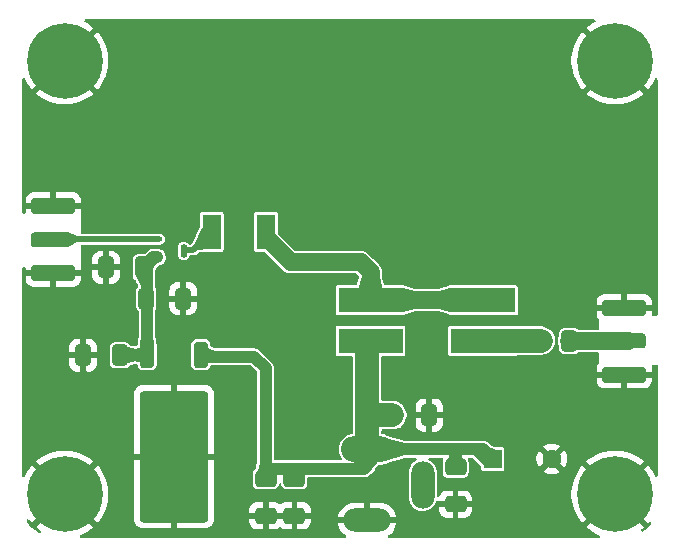
<source format=gbr>
%TF.GenerationSoftware,KiCad,Pcbnew,9.0.3*%
%TF.CreationDate,2025-07-25T20:49:55+05:30*%
%TF.ProjectId,HF-PA-v10,48462d50-412d-4763-9130-2e6b69636164,rev?*%
%TF.SameCoordinates,Original*%
%TF.FileFunction,Copper,L1,Top*%
%TF.FilePolarity,Positive*%
%FSLAX46Y46*%
G04 Gerber Fmt 4.6, Leading zero omitted, Abs format (unit mm)*
G04 Created by KiCad (PCBNEW 9.0.3) date 2025-07-25 20:49:55*
%MOMM*%
%LPD*%
G01*
G04 APERTURE LIST*
G04 Aperture macros list*
%AMRoundRect*
0 Rectangle with rounded corners*
0 $1 Rounding radius*
0 $2 $3 $4 $5 $6 $7 $8 $9 X,Y pos of 4 corners*
0 Add a 4 corners polygon primitive as box body*
4,1,4,$2,$3,$4,$5,$6,$7,$8,$9,$2,$3,0*
0 Add four circle primitives for the rounded corners*
1,1,$1+$1,$2,$3*
1,1,$1+$1,$4,$5*
1,1,$1+$1,$6,$7*
1,1,$1+$1,$8,$9*
0 Add four rect primitives between the rounded corners*
20,1,$1+$1,$2,$3,$4,$5,0*
20,1,$1+$1,$4,$5,$6,$7,0*
20,1,$1+$1,$6,$7,$8,$9,0*
20,1,$1+$1,$8,$9,$2,$3,0*%
G04 Aperture macros list end*
%TA.AperFunction,SMDPad,CuDef*%
%ADD10RoundRect,0.250000X-0.650000X0.412500X-0.650000X-0.412500X0.650000X-0.412500X0.650000X0.412500X0*%
%TD*%
%TA.AperFunction,ComponentPad*%
%ADD11C,0.800000*%
%TD*%
%TA.AperFunction,ComponentPad*%
%ADD12C,6.400000*%
%TD*%
%TA.AperFunction,SMDPad,CuDef*%
%ADD13RoundRect,0.250000X1.350000X-0.385000X1.350000X0.385000X-1.350000X0.385000X-1.350000X-0.385000X0*%
%TD*%
%TA.AperFunction,SMDPad,CuDef*%
%ADD14RoundRect,0.250000X1.600000X-0.425000X1.600000X0.425000X-1.600000X0.425000X-1.600000X-0.425000X0*%
%TD*%
%TA.AperFunction,ComponentPad*%
%ADD15O,4.400000X2.200000*%
%TD*%
%TA.AperFunction,ComponentPad*%
%ADD16O,4.000000X2.000000*%
%TD*%
%TA.AperFunction,ComponentPad*%
%ADD17O,2.000000X4.000000*%
%TD*%
%TA.AperFunction,SMDPad,CuDef*%
%ADD18RoundRect,0.250000X-1.350000X0.385000X-1.350000X-0.385000X1.350000X-0.385000X1.350000X0.385000X0*%
%TD*%
%TA.AperFunction,SMDPad,CuDef*%
%ADD19RoundRect,0.250000X-1.600000X0.425000X-1.600000X-0.425000X1.600000X-0.425000X1.600000X0.425000X0*%
%TD*%
%TA.AperFunction,SMDPad,CuDef*%
%ADD20R,1.600000X3.000000*%
%TD*%
%TA.AperFunction,SMDPad,CuDef*%
%ADD21R,5.800000X10.680000*%
%TD*%
%TA.AperFunction,SMDPad,CuDef*%
%ADD22RoundRect,0.250000X-0.412500X-0.650000X0.412500X-0.650000X0.412500X0.650000X-0.412500X0.650000X0*%
%TD*%
%TA.AperFunction,SMDPad,CuDef*%
%ADD23RoundRect,0.250000X0.412500X0.650000X-0.412500X0.650000X-0.412500X-0.650000X0.412500X-0.650000X0*%
%TD*%
%TA.AperFunction,SMDPad,CuDef*%
%ADD24O,0.610000X0.360000*%
%TD*%
%TA.AperFunction,SMDPad,CuDef*%
%ADD25R,1.000000X1.600000*%
%TD*%
%TA.AperFunction,ComponentPad*%
%ADD26R,1.600000X1.600000*%
%TD*%
%TA.AperFunction,ComponentPad*%
%ADD27C,1.600000*%
%TD*%
%TA.AperFunction,SMDPad,CuDef*%
%ADD28R,5.500000X2.150000*%
%TD*%
%TA.AperFunction,SMDPad,CuDef*%
%ADD29RoundRect,0.250000X-0.350000X0.850000X-0.350000X-0.850000X0.350000X-0.850000X0.350000X0.850000X0*%
%TD*%
%TA.AperFunction,SMDPad,CuDef*%
%ADD30RoundRect,0.250000X-2.650000X5.300000X-2.650000X-5.300000X2.650000X-5.300000X2.650000X5.300000X0*%
%TD*%
%TA.AperFunction,ViaPad*%
%ADD31C,0.800000*%
%TD*%
%TA.AperFunction,Conductor*%
%ADD32C,0.250000*%
%TD*%
%TA.AperFunction,Conductor*%
%ADD33C,0.500000*%
%TD*%
%TA.AperFunction,Conductor*%
%ADD34C,1.500000*%
%TD*%
%TA.AperFunction,Conductor*%
%ADD35C,2.000000*%
%TD*%
%TA.AperFunction,Conductor*%
%ADD36C,1.000000*%
%TD*%
G04 APERTURE END LIST*
D10*
%TO.P,C2,1*%
%TO.N,+VDC*%
X20720000Y-38943486D03*
%TO.P,C2,2*%
%TO.N,GND*%
X20720000Y-42068486D03*
%TD*%
D11*
%TO.P,H3,1,1*%
%TO.N,GND*%
X1310000Y-40260000D03*
X2012944Y-38562944D03*
X2012944Y-41957056D03*
X3710000Y-37860000D03*
D12*
X3710000Y-40260000D03*
D11*
X3710000Y-42660000D03*
X5407056Y-38562944D03*
X5407056Y-41957056D03*
X6110000Y-40260000D03*
%TD*%
D13*
%TO.P,RF_OUT1,1,In*%
%TO.N,Net-(RF_OUT1-In)*%
X51337500Y-27300000D03*
D14*
%TO.P,RF_OUT1,2,Ext*%
%TO.N,GND*%
X51087500Y-24475000D03*
X51087500Y-30125000D03*
%TD*%
D10*
%TO.P,C12,1*%
%TO.N,+VDC*%
X23160000Y-38950000D03*
%TO.P,C12,2*%
%TO.N,GND*%
X23160000Y-42075000D03*
%TD*%
D15*
%TO.P,Power1,1*%
%TO.N,+VDC*%
X29320000Y-36465000D03*
D16*
%TO.P,Power1,2*%
%TO.N,GND*%
X29320000Y-42465000D03*
D17*
%TO.P,Power1,3*%
%TO.N,unconnected-(Power1-Pad3)*%
X34020000Y-39465000D03*
%TD*%
D11*
%TO.P,H4,1,1*%
%TO.N,GND*%
X47910000Y-40260000D03*
X48612944Y-38562944D03*
X48612944Y-41957056D03*
X50310000Y-37860000D03*
D12*
X50310000Y-40260000D03*
D11*
X50310000Y-42660000D03*
X52007056Y-38562944D03*
X52007056Y-41957056D03*
X52710000Y-40260000D03*
%TD*%
D18*
%TO.P,RF_IN1,1,In*%
%TO.N,Net-(RF_IN1-In)*%
X2500000Y-18700000D03*
D19*
%TO.P,RF_IN1,2,Ext*%
%TO.N,GND*%
X2750000Y-21525000D03*
X2750000Y-15875000D03*
%TD*%
D20*
%TO.P,Q1,1,G*%
%TO.N,Net-(Q1-G)*%
X16160000Y-18030000D03*
D21*
%TO.P,Q1,2,S*%
%TO.N,GND*%
X18450000Y-8950000D03*
D20*
%TO.P,Q1,3,D*%
%TO.N,/DRAIN*%
X20740000Y-18030000D03*
%TD*%
D22*
%TO.P,C7,1*%
%TO.N,+5V*%
X10607500Y-23700000D03*
%TO.P,C7,2*%
%TO.N,GND*%
X13732500Y-23700000D03*
%TD*%
D23*
%TO.P,C3,1*%
%TO.N,Net-(RF_OUT1-In)*%
X46422500Y-27280000D03*
%TO.P,C3,2*%
%TO.N,Net-(C3-Pad2)*%
X43297500Y-27280000D03*
%TD*%
D24*
%TO.P,U2,1,IN+*%
%TO.N,Net-(RF_IN1-In)*%
X11720000Y-18670000D03*
%TO.P,U2,2,GND*%
%TO.N,GND*%
X11720000Y-19320000D03*
%TO.P,U2,3,VDD*%
%TO.N,+5V*%
X11720000Y-19970000D03*
%TO.P,U2,4,OUTH*%
%TO.N,Net-(Q1-G)*%
X13780000Y-19970000D03*
%TO.P,U2,5,OUTL*%
X13780000Y-19320000D03*
%TO.P,U2,6,IN-*%
%TO.N,GND*%
X13780000Y-18670000D03*
D25*
%TO.P,U2,7,EP*%
X12750000Y-19320000D03*
%TD*%
D26*
%TO.P,C6,1*%
%TO.N,+VDC*%
X39942349Y-37265000D03*
D27*
%TO.P,C6,2*%
%TO.N,GND*%
X44942349Y-37265000D03*
%TD*%
D28*
%TO.P,T1,1*%
%TO.N,/DRAIN*%
X29610000Y-23825000D03*
%TO.P,T1,2*%
%TO.N,+VDC*%
X29610000Y-27255000D03*
%TO.P,T1,3*%
%TO.N,Net-(C3-Pad2)*%
X39110000Y-27255000D03*
%TO.P,T1,4*%
%TO.N,/DRAIN*%
X39110000Y-23825000D03*
%TD*%
D11*
%TO.P,H1,1,1*%
%TO.N,GND*%
X1310000Y-3560000D03*
X2012944Y-1862944D03*
X2012944Y-5257056D03*
X3710000Y-1160000D03*
D12*
X3710000Y-3560000D03*
D11*
X3710000Y-5960000D03*
X5407056Y-1862944D03*
X5407056Y-5257056D03*
X6110000Y-3560000D03*
%TD*%
D10*
%TO.P,C5,1*%
%TO.N,+VDC*%
X36795000Y-37990000D03*
%TO.P,C5,2*%
%TO.N,GND*%
X36795000Y-41115000D03*
%TD*%
D23*
%TO.P,C8,1*%
%TO.N,+5V*%
X8390000Y-28490000D03*
%TO.P,C8,2*%
%TO.N,GND*%
X5265000Y-28490000D03*
%TD*%
D29*
%TO.P,U1,1,IN*%
%TO.N,+VDC*%
X15240000Y-28440000D03*
D30*
%TO.P,U1,2*%
%TO.N,GND*%
X12960000Y-37090000D03*
D29*
%TO.P,U1,3,OUT*%
%TO.N,+5V*%
X10680000Y-28440000D03*
%TD*%
D22*
%TO.P,C10,1*%
%TO.N,+VDC*%
X31447500Y-33560000D03*
%TO.P,C10,2*%
%TO.N,GND*%
X34572500Y-33560000D03*
%TD*%
D11*
%TO.P,H2,1,1*%
%TO.N,GND*%
X47910000Y-3560000D03*
X48612944Y-1862944D03*
X48612944Y-5257056D03*
X50310000Y-1160000D03*
D12*
X50310000Y-3560000D03*
D11*
X50310000Y-5960000D03*
X52007056Y-1862944D03*
X52007056Y-5257056D03*
X52710000Y-3560000D03*
%TD*%
D23*
%TO.P,C11,1*%
%TO.N,+5V*%
X10332500Y-21050000D03*
%TO.P,C11,2*%
%TO.N,GND*%
X7207500Y-21050000D03*
%TD*%
D31*
%TO.N,GND*%
X12750000Y-19750000D03*
X12750000Y-18950000D03*
X37485000Y-17160000D03*
X2700000Y-12300000D03*
X37470000Y-32910000D03*
X40360000Y-11760000D03*
X12775000Y-17450000D03*
X17070000Y-31710000D03*
X52360000Y-11010000D03*
X41410000Y-41910000D03*
X17010000Y-40160000D03*
X23135000Y-17160000D03*
X36035000Y-6160000D03*
X30285000Y-4760000D03*
X43760000Y-30110000D03*
X30160000Y-1960000D03*
X23610000Y-28900000D03*
X24435000Y-3460000D03*
X7295000Y-24730000D03*
X11560000Y-1960000D03*
X25910000Y-3460000D03*
X34535000Y-4760000D03*
X38985000Y-13060000D03*
X34585000Y-8510000D03*
X27485000Y-11760000D03*
X23135000Y-8510000D03*
X18490000Y-35090000D03*
X41835000Y-13060000D03*
X3800000Y-36100000D03*
X23135000Y-14460000D03*
X11565000Y-15500000D03*
X42260000Y-30110000D03*
X14010000Y-40160000D03*
X22110000Y-22950000D03*
X46310000Y-9460000D03*
X37410000Y-6160000D03*
X23135000Y-15760000D03*
X25985000Y-14460000D03*
X44660000Y-21760000D03*
X44560000Y-8510000D03*
X7295000Y-23240000D03*
X9280000Y-11790000D03*
X46160000Y-23260000D03*
X44660000Y-23260000D03*
X41835000Y-17160000D03*
X45260000Y-31610000D03*
X17070000Y-27160000D03*
X18410000Y-27160000D03*
X38885000Y-3460000D03*
X23060000Y-1960000D03*
X47810000Y-12510000D03*
X4200000Y-12300000D03*
X38885000Y-6160000D03*
X40360000Y-14460000D03*
X8265000Y-8540000D03*
X47810000Y-7960000D03*
X22110000Y-25900000D03*
X40130000Y-42920000D03*
X25985000Y-8510000D03*
X37485000Y-11760000D03*
X11570000Y-7370000D03*
X17185000Y-6210000D03*
X27435000Y-3460000D03*
X18410000Y-25960000D03*
X8010000Y-40160000D03*
X8250000Y-7490000D03*
X17020000Y-42590000D03*
X46310000Y-6460000D03*
X37485000Y-14460000D03*
X16970000Y-12260000D03*
X43185000Y-17160000D03*
X38985000Y-15760000D03*
X37485000Y-15760000D03*
X18410000Y-31710000D03*
X14310000Y-6210000D03*
X12845000Y-10120000D03*
X44660000Y-6160000D03*
X33110000Y-17160000D03*
X34585000Y-10160000D03*
X12845000Y-11620000D03*
X37410000Y-4760000D03*
X11610000Y-37200000D03*
X20190000Y-2890000D03*
X28810000Y-4760000D03*
X10370000Y-14460000D03*
X43185000Y-15760000D03*
X25110000Y-27400000D03*
X5300000Y-36100000D03*
X25970000Y-7460000D03*
X49520000Y-17010000D03*
X20610000Y-22950000D03*
X14480000Y-35210000D03*
X28745000Y-7460000D03*
X50885000Y-14010000D03*
X36010000Y-1960000D03*
X47710000Y-21760000D03*
X10295000Y-1960000D03*
X47810000Y-15510000D03*
X12510000Y-40160000D03*
X40385000Y-4760000D03*
X25985000Y-10160000D03*
X3820000Y-30150000D03*
X5700000Y-13800000D03*
X24435000Y-6210000D03*
X38970000Y-32910000D03*
X18470000Y-10760000D03*
X12510000Y-41360000D03*
X51020000Y-33090000D03*
X41760000Y-1960000D03*
X2700000Y-9350000D03*
X22140000Y-33140000D03*
X11610000Y-35700000D03*
X23610000Y-25900000D03*
X4220000Y-9350000D03*
X19970000Y-12260000D03*
X25130000Y-22950000D03*
X43170000Y-7460000D03*
X30220000Y-7460000D03*
X38985000Y-11760000D03*
X5820000Y-23240000D03*
X10295000Y-6210000D03*
X5320000Y-30150000D03*
X43185000Y-11760000D03*
X23060000Y-6210000D03*
X23630000Y-24450000D03*
X41410000Y-42910000D03*
X38885000Y-4760000D03*
X22110000Y-27400000D03*
X38985000Y-8510000D03*
X30285000Y-3460000D03*
X51310000Y-18710000D03*
X30285000Y-6160000D03*
X38910000Y-1960000D03*
X41835000Y-14460000D03*
X27485000Y-10160000D03*
X12835000Y-3460000D03*
X9280000Y-10190000D03*
X36085000Y-15760000D03*
X4200000Y-10800000D03*
X2700000Y-13800000D03*
X31735000Y-10160000D03*
X47810000Y-9460000D03*
X37470000Y-7460000D03*
X9205000Y-6240000D03*
X14320000Y-7370000D03*
X52810000Y-20210000D03*
X24510000Y-10160000D03*
X5700000Y-12300000D03*
X25140000Y-31640000D03*
X31720000Y-7460000D03*
X20160000Y-6210000D03*
X41835000Y-8510000D03*
X23610000Y-30450000D03*
X25110000Y-30450000D03*
X9280000Y-13090000D03*
X38985000Y-10160000D03*
X31785000Y-4760000D03*
X43160000Y-21760000D03*
X18410000Y-17040000D03*
X45260000Y-30110000D03*
X23135000Y-11760000D03*
X27485000Y-15760000D03*
X9265000Y-7490000D03*
X30235000Y-11760000D03*
X31785000Y-3460000D03*
X41785000Y-3460000D03*
X38985000Y-14460000D03*
X45910000Y-42910000D03*
X5720000Y-9350000D03*
X20160000Y-4710000D03*
X40360000Y-8510000D03*
X8835000Y-35700000D03*
X8190000Y-1990000D03*
X3800000Y-33100000D03*
X31785000Y-6160000D03*
X52810000Y-21760000D03*
X24495000Y-7460000D03*
X25110000Y-25900000D03*
X19970000Y-9260000D03*
X51310000Y-21760000D03*
X23410000Y-35110000D03*
X18410000Y-24410000D03*
X24510000Y-13060000D03*
X45910000Y-41910000D03*
X11565000Y-13050000D03*
X25110000Y-28900000D03*
X49510000Y-11010000D03*
X18520000Y-42590000D03*
X8190000Y-4740000D03*
X43185000Y-14460000D03*
X25910000Y-4710000D03*
X44560000Y-15760000D03*
X18660000Y-1960000D03*
X43185000Y-10160000D03*
X10370000Y-13060000D03*
X4520000Y-26230000D03*
X3820000Y-31650000D03*
X44410000Y-41910000D03*
X30235000Y-8510000D03*
X52360000Y-15510000D03*
X8795000Y-23240000D03*
X23060000Y-4710000D03*
X18470000Y-13760000D03*
X9280000Y-8540000D03*
X8795000Y-24730000D03*
X11560000Y-6210000D03*
X28760000Y-8510000D03*
X20160000Y-1960000D03*
X2700000Y-10800000D03*
X5320000Y-31650000D03*
X9205000Y-4740000D03*
X43185000Y-13060000D03*
X33095000Y-7460000D03*
X34510000Y-1960000D03*
X17185000Y-1960000D03*
X44560000Y-10160000D03*
X20610000Y-25900000D03*
X5300000Y-33100000D03*
X30235000Y-14460000D03*
X9280000Y-15490000D03*
X37485000Y-8510000D03*
X49530000Y-9490000D03*
X42910000Y-42910000D03*
X34535000Y-3460000D03*
X5820000Y-24730000D03*
X41785000Y-6160000D03*
X31735000Y-17160000D03*
X2300000Y-31650000D03*
X36085000Y-10160000D03*
X46310000Y-17060000D03*
X43185000Y-8510000D03*
X9280000Y-14490000D03*
X41785000Y-4760000D03*
X41820000Y-7460000D03*
X21560000Y-1960000D03*
X22140000Y-31640000D03*
X19970000Y-10760000D03*
X25985000Y-13060000D03*
X52810000Y-17210000D03*
X44485000Y-1960000D03*
X33110000Y-14460000D03*
X38970000Y-7460000D03*
X10355000Y-7460000D03*
X18490000Y-36590000D03*
X8265000Y-10190000D03*
X44545000Y-7460000D03*
X17010000Y-41360000D03*
X9205000Y-1990000D03*
X36085000Y-13060000D03*
X4520000Y-24730000D03*
X22110000Y-24450000D03*
X18410000Y-20040000D03*
X16970000Y-13760000D03*
X50885000Y-12510000D03*
X11565000Y-14300000D03*
X44410000Y-42910000D03*
X2300000Y-34600000D03*
X47810000Y-14010000D03*
X41835000Y-10160000D03*
X52360000Y-12510000D03*
X12840000Y-14300000D03*
X12835000Y-6210000D03*
X20630000Y-21460000D03*
X11010000Y-40160000D03*
X31735000Y-15760000D03*
X30235000Y-15760000D03*
X50905000Y-7990000D03*
X36035000Y-3460000D03*
X52360000Y-14010000D03*
X44660000Y-3460000D03*
X12845000Y-8870000D03*
X8010000Y-41360000D03*
X49510000Y-14010000D03*
X33110000Y-10160000D03*
X41835000Y-11760000D03*
X37485000Y-10160000D03*
X37485000Y-13060000D03*
X8265000Y-14490000D03*
X43285000Y-4760000D03*
X2300000Y-30150000D03*
X33110000Y-11760000D03*
X21590000Y-2890000D03*
X46310000Y-12510000D03*
X18660000Y-4710000D03*
X47810000Y-17060000D03*
X46160000Y-21760000D03*
X18690000Y-2890000D03*
X17730000Y-33110000D03*
X11560000Y-3460000D03*
X33110000Y-8510000D03*
X40360000Y-17160000D03*
X12800000Y-21100000D03*
X30235000Y-13060000D03*
X24510000Y-17160000D03*
X10370000Y-8510000D03*
X17070000Y-22910000D03*
X37410000Y-3460000D03*
X34585000Y-14460000D03*
X2300000Y-36100000D03*
X3800000Y-34600000D03*
X14310000Y-1960000D03*
X37410000Y-1960000D03*
X47710000Y-23260000D03*
X28810000Y-6160000D03*
X26590000Y-32610000D03*
X41835000Y-15760000D03*
X28760000Y-11760000D03*
X11570000Y-11620000D03*
X28760000Y-10160000D03*
X40385000Y-3460000D03*
X14320000Y-8870000D03*
X34585000Y-17160000D03*
X33060000Y-3460000D03*
X9205000Y-3490000D03*
X24435000Y-4710000D03*
X15840000Y-2890000D03*
X27470000Y-7460000D03*
X27410000Y-1960000D03*
X18660000Y-6210000D03*
X23060000Y-3460000D03*
X50905000Y-9490000D03*
X24510000Y-8510000D03*
X21910000Y-36610000D03*
X34585000Y-13060000D03*
X17070000Y-21410000D03*
X51310000Y-20210000D03*
X28685000Y-1960000D03*
X34585000Y-15760000D03*
X14315000Y-13050000D03*
X25140000Y-33140000D03*
X36035000Y-4760000D03*
X19970000Y-13760000D03*
X23410000Y-36610000D03*
X44560000Y-11760000D03*
X50885000Y-15510000D03*
X28810000Y-3460000D03*
X36085000Y-11760000D03*
X52380000Y-9490000D03*
X23640000Y-33140000D03*
X27435000Y-6160000D03*
X8190000Y-3490000D03*
X2700000Y-7850000D03*
X17070000Y-25960000D03*
X27485000Y-17160000D03*
X10370000Y-10160000D03*
X44560000Y-14460000D03*
X50885000Y-11010000D03*
X16970000Y-9260000D03*
X44660000Y-4760000D03*
X14480000Y-36410000D03*
X14320000Y-10120000D03*
X36085000Y-14460000D03*
X11560000Y-4710000D03*
X33110000Y-15760000D03*
X30235000Y-17160000D03*
X44560000Y-17160000D03*
X23610000Y-27400000D03*
X5700000Y-10800000D03*
X21910000Y-35110000D03*
X17185000Y-4710000D03*
X44560000Y-13060000D03*
X14315000Y-14300000D03*
X24510000Y-11760000D03*
X49510000Y-15510000D03*
X23120000Y-7460000D03*
X43760000Y-31610000D03*
X5720000Y-7850000D03*
X24435000Y-1960000D03*
X24510000Y-14460000D03*
X16970000Y-10760000D03*
X23640000Y-31640000D03*
X40130000Y-41920000D03*
X8835000Y-37200000D03*
X40385000Y-6160000D03*
X49510000Y-12510000D03*
X28760000Y-14460000D03*
X25985000Y-15760000D03*
X2300000Y-33100000D03*
X27435000Y-4760000D03*
X28760000Y-15760000D03*
X11010000Y-41360000D03*
X31735000Y-8510000D03*
X46310000Y-14010000D03*
X10295000Y-3460000D03*
X43110000Y-1960000D03*
X46310000Y-10960000D03*
X36085000Y-17160000D03*
X23135000Y-10160000D03*
X25910000Y-1960000D03*
X20610000Y-27400000D03*
X8265000Y-11790000D03*
X24510000Y-15760000D03*
X31660000Y-1960000D03*
X10370000Y-11760000D03*
X38985000Y-17160000D03*
X10295000Y-4710000D03*
X27485000Y-8510000D03*
X30235000Y-10160000D03*
X27485000Y-14460000D03*
X23135000Y-13060000D03*
X11610000Y-34200000D03*
X51310000Y-17210000D03*
X31735000Y-13060000D03*
X10370000Y-15460000D03*
X11570000Y-10120000D03*
X33035000Y-1960000D03*
X14310000Y-4710000D03*
X33110000Y-13060000D03*
X34585000Y-11760000D03*
X20610000Y-24450000D03*
X36085000Y-8510000D03*
X8265000Y-15490000D03*
X33060000Y-4760000D03*
X37470000Y-34410000D03*
X28760000Y-17160000D03*
X15810000Y-1960000D03*
X34535000Y-6160000D03*
X5300000Y-34600000D03*
X46310000Y-15510000D03*
X28760000Y-13060000D03*
X14010000Y-41360000D03*
X46760000Y-31610000D03*
X4220000Y-7850000D03*
X34570000Y-7460000D03*
X14310000Y-3460000D03*
X12840000Y-15500000D03*
X12845000Y-7370000D03*
X8835000Y-34200000D03*
X40360000Y-15760000D03*
X52520000Y-33090000D03*
X18410000Y-22910000D03*
X17070000Y-24410000D03*
X11570000Y-8870000D03*
X12840000Y-13050000D03*
X46310000Y-7960000D03*
X40360000Y-10160000D03*
X27485000Y-13060000D03*
X25130000Y-24450000D03*
X31735000Y-14460000D03*
X40345000Y-7460000D03*
X4200000Y-13800000D03*
X49530000Y-7990000D03*
X25910000Y-6210000D03*
X33060000Y-6160000D03*
X12835000Y-4710000D03*
X36070000Y-7460000D03*
X52810000Y-18710000D03*
X26590000Y-34160000D03*
X43160000Y-23260000D03*
X22110000Y-30450000D03*
X43285000Y-3460000D03*
X43285000Y-6160000D03*
X31735000Y-11760000D03*
X47810000Y-10960000D03*
X22110000Y-28900000D03*
X48020000Y-31590000D03*
X42260000Y-31610000D03*
X4520000Y-23230000D03*
X14315000Y-15500000D03*
X14320000Y-11620000D03*
X52380000Y-7990000D03*
X52520000Y-34590000D03*
X40285000Y-1960000D03*
X40360000Y-13060000D03*
X8265000Y-13090000D03*
X25985000Y-11760000D03*
X18470000Y-12260000D03*
X18400000Y-18475000D03*
X51020000Y-34590000D03*
X18410000Y-21410000D03*
X25985000Y-17160000D03*
X17215000Y-2890000D03*
X8190000Y-6240000D03*
X23630000Y-22950000D03*
X12835000Y-1960000D03*
X18470000Y-9260000D03*
%TD*%
D32*
%TO.N,GND*%
X11720000Y-19320000D02*
X12750000Y-19320000D01*
D33*
%TO.N,Net-(Q1-G)*%
X14610000Y-19580000D02*
X16160000Y-18030000D01*
X13780000Y-19320000D02*
X13780000Y-19580000D01*
X13780000Y-19580000D02*
X14610000Y-19580000D01*
X13780000Y-19580000D02*
X13780000Y-19970000D01*
D34*
%TO.N,/DRAIN*%
X20740000Y-18520000D02*
X22835000Y-20615000D01*
X28785000Y-20615000D02*
X29610000Y-21440000D01*
X29610000Y-21440000D02*
X29610000Y-23825000D01*
X22835000Y-20615000D02*
X28785000Y-20615000D01*
X29320000Y-23825000D02*
X38820000Y-23825000D01*
%TO.N,Net-(RF_OUT1-In)*%
X46422500Y-27280000D02*
X51390000Y-27280000D01*
D33*
%TO.N,Net-(RF_IN1-In)*%
X2530000Y-18670000D02*
X11720000Y-18670000D01*
D35*
%TO.N,Net-(C3-Pad2)*%
X44030000Y-27255000D02*
X38820000Y-27255000D01*
D36*
%TO.N,+VDC*%
X19730000Y-28600000D02*
X20720000Y-29590000D01*
D35*
X29320000Y-27255000D02*
X29320000Y-33570000D01*
X29330000Y-33560000D02*
X31447500Y-33560000D01*
D36*
X20720000Y-38145000D02*
X20720000Y-38943486D01*
D35*
X29320000Y-27545000D02*
X29610000Y-27255000D01*
D36*
X20670000Y-38095000D02*
X20720000Y-38145000D01*
D35*
X29320000Y-33570000D02*
X29320000Y-36465000D01*
D36*
X15240000Y-28440000D02*
X15400000Y-28600000D01*
X23195000Y-38095000D02*
X22210000Y-38095000D01*
X33745000Y-36465000D02*
X36942349Y-36465000D01*
X15400000Y-28600000D02*
X19730000Y-28600000D01*
X20720000Y-29590000D02*
X20720000Y-38943486D01*
X23195000Y-38095000D02*
X29065000Y-38095000D01*
X36795000Y-37990000D02*
X36795000Y-36612349D01*
X22210000Y-38095000D02*
X20670000Y-38095000D01*
D35*
X29320000Y-33570000D02*
X29320000Y-27545000D01*
X29320000Y-33570000D02*
X29330000Y-33560000D01*
D36*
X29320000Y-37840000D02*
X29320000Y-36465000D01*
X36795000Y-36612349D02*
X36942349Y-36465000D01*
X39142349Y-36465000D02*
X39942349Y-37265000D01*
X29320000Y-36465000D02*
X33745000Y-36465000D01*
X29065000Y-38095000D02*
X29320000Y-37840000D01*
X23160000Y-38130000D02*
X23160000Y-38950000D01*
X23195000Y-38095000D02*
X23160000Y-38130000D01*
X23120000Y-38170000D02*
X23195000Y-38095000D01*
X33745000Y-36465000D02*
X39142349Y-36465000D01*
%TO.N,+5V*%
X10680000Y-28440000D02*
X10680000Y-21397500D01*
X10680000Y-21397500D02*
X10332500Y-21050000D01*
X8390000Y-28490000D02*
X10630000Y-28490000D01*
X10332500Y-21050000D02*
X11181500Y-20201000D01*
X11181500Y-20201000D02*
X11549000Y-20201000D01*
%TD*%
%TA.AperFunction,Conductor*%
%TO.N,GND*%
G36*
X45540000Y-17910000D02*
G01*
X21910000Y-17910000D01*
X21910000Y-16100000D01*
X45540000Y-16100000D01*
X45540000Y-17910000D01*
G37*
%TD.AperFunction*%
%TD*%
%TA.AperFunction,Conductor*%
%TO.N,GND*%
G36*
X45520000Y-16090000D02*
G01*
X7660000Y-16090000D01*
X7660000Y-960000D01*
X45520000Y-960000D01*
X45520000Y-16090000D01*
G37*
%TD.AperFunction*%
%TD*%
%TA.AperFunction,Conductor*%
%TO.N,GND*%
G36*
X48598801Y-70185D02*
G01*
X48644556Y-122989D01*
X48654500Y-192147D01*
X48625475Y-255703D01*
X48590215Y-283858D01*
X48405537Y-382570D01*
X48405519Y-382581D01*
X48103258Y-584545D01*
X48103254Y-584548D01*
X47875233Y-771679D01*
X47875233Y-771680D01*
X48754556Y-1651003D01*
X48662672Y-1612944D01*
X48563216Y-1612944D01*
X48471330Y-1651004D01*
X48401004Y-1721330D01*
X48362944Y-1813216D01*
X48362944Y-1912672D01*
X48401003Y-2004556D01*
X47521680Y-1125233D01*
X47521679Y-1125233D01*
X47334548Y-1353254D01*
X47334545Y-1353258D01*
X47132581Y-1655519D01*
X47132570Y-1655537D01*
X46961209Y-1976130D01*
X46961207Y-1976135D01*
X46822086Y-2312002D01*
X46716553Y-2659898D01*
X46716550Y-2659909D01*
X46645632Y-3016443D01*
X46610000Y-3378234D01*
X46610000Y-3741765D01*
X46645632Y-4103556D01*
X46716550Y-4460090D01*
X46716553Y-4460101D01*
X46822086Y-4807997D01*
X46961207Y-5143864D01*
X46961209Y-5143869D01*
X47132570Y-5464462D01*
X47132581Y-5464480D01*
X47334551Y-5766750D01*
X47521678Y-5994765D01*
X47521679Y-5994766D01*
X49015747Y-4500697D01*
X49089588Y-4602330D01*
X49267670Y-4780412D01*
X49369301Y-4854251D01*
X48824885Y-5398666D01*
X48862944Y-5306784D01*
X48862944Y-5207328D01*
X48824884Y-5115442D01*
X48754558Y-5045116D01*
X48662672Y-5007056D01*
X48563216Y-5007056D01*
X48471330Y-5045116D01*
X48401004Y-5115442D01*
X48362944Y-5207328D01*
X48362944Y-5306784D01*
X48401004Y-5398670D01*
X48471330Y-5468996D01*
X48563216Y-5507056D01*
X48662672Y-5507056D01*
X48754554Y-5468997D01*
X47875232Y-6348319D01*
X47875233Y-6348320D01*
X48103249Y-6535448D01*
X48405519Y-6737418D01*
X48405537Y-6737429D01*
X48726130Y-6908790D01*
X48726135Y-6908792D01*
X49062002Y-7047913D01*
X49409898Y-7153446D01*
X49409909Y-7153449D01*
X49766443Y-7224367D01*
X50128234Y-7260000D01*
X50491766Y-7260000D01*
X50853556Y-7224367D01*
X51210090Y-7153449D01*
X51210101Y-7153446D01*
X51557997Y-7047913D01*
X51893864Y-6908792D01*
X51893869Y-6908790D01*
X52214462Y-6737429D01*
X52214480Y-6737418D01*
X52516736Y-6535457D01*
X52516750Y-6535447D01*
X52744765Y-6348320D01*
X52744766Y-6348319D01*
X51865443Y-5468996D01*
X51957328Y-5507056D01*
X52056784Y-5507056D01*
X52148670Y-5468996D01*
X52218996Y-5398670D01*
X52257056Y-5306784D01*
X52257056Y-5207328D01*
X52218996Y-5115443D01*
X53098319Y-5994766D01*
X53098320Y-5994765D01*
X53285447Y-5766750D01*
X53285457Y-5766736D01*
X53487418Y-5464480D01*
X53487429Y-5464462D01*
X53658790Y-5143869D01*
X53658795Y-5143857D01*
X53671439Y-5113334D01*
X53715279Y-5058930D01*
X53781573Y-5036865D01*
X53849273Y-5054144D01*
X53896884Y-5105281D01*
X53910000Y-5160786D01*
X53910000Y-25026000D01*
X53890315Y-25093039D01*
X53837511Y-25138794D01*
X53786000Y-25150000D01*
X53554379Y-25150000D01*
X53487340Y-25130315D01*
X53441585Y-25077511D01*
X53431021Y-25013397D01*
X53437499Y-24949986D01*
X53437500Y-24949973D01*
X53437500Y-24725000D01*
X48737501Y-24725000D01*
X48737501Y-24949986D01*
X48747994Y-25052697D01*
X48803141Y-25219119D01*
X48803143Y-25219124D01*
X48895184Y-25368345D01*
X48913681Y-25386842D01*
X48947166Y-25448165D01*
X48950000Y-25474523D01*
X48950000Y-26205500D01*
X48930315Y-26272539D01*
X48877511Y-26318294D01*
X48826000Y-26329500D01*
X47227288Y-26329500D01*
X47160249Y-26309815D01*
X47153655Y-26305270D01*
X47047886Y-26227209D01*
X47047880Y-26227206D01*
X46919700Y-26182353D01*
X46889270Y-26179500D01*
X46889266Y-26179500D01*
X45955734Y-26179500D01*
X45955730Y-26179500D01*
X45925300Y-26182353D01*
X45925298Y-26182353D01*
X45797119Y-26227206D01*
X45797117Y-26227207D01*
X45687850Y-26307850D01*
X45607207Y-26417117D01*
X45607206Y-26417119D01*
X45562353Y-26545298D01*
X45562353Y-26545300D01*
X45559500Y-26575730D01*
X45559500Y-26855023D01*
X45550061Y-26902475D01*
X45508528Y-27002744D01*
X45508525Y-27002756D01*
X45477464Y-27158907D01*
X45477463Y-27158915D01*
X45472000Y-27186384D01*
X45472000Y-27373616D01*
X45473492Y-27381117D01*
X45473492Y-27381122D01*
X45504259Y-27535795D01*
X45508527Y-27557251D01*
X45549435Y-27656012D01*
X45550061Y-27657522D01*
X45559500Y-27704975D01*
X45559500Y-27984269D01*
X45562353Y-28014699D01*
X45562353Y-28014701D01*
X45607206Y-28142880D01*
X45607207Y-28142882D01*
X45687850Y-28252150D01*
X45797118Y-28332793D01*
X45839845Y-28347744D01*
X45925299Y-28377646D01*
X45955730Y-28380500D01*
X45955734Y-28380500D01*
X46889270Y-28380500D01*
X46919699Y-28377646D01*
X46919701Y-28377646D01*
X46985847Y-28354500D01*
X47047882Y-28332793D01*
X47117030Y-28281760D01*
X47153655Y-28254730D01*
X47219284Y-28230759D01*
X47227288Y-28230500D01*
X48826000Y-28230500D01*
X48893039Y-28250185D01*
X48938794Y-28302989D01*
X48950000Y-28354500D01*
X48950000Y-29125477D01*
X48930315Y-29192516D01*
X48913681Y-29213158D01*
X48895184Y-29231654D01*
X48803143Y-29380875D01*
X48803141Y-29380880D01*
X48747994Y-29547302D01*
X48747993Y-29547309D01*
X48737500Y-29650013D01*
X48737500Y-29875000D01*
X53437499Y-29875000D01*
X53437499Y-29650028D01*
X53437498Y-29650013D01*
X53427006Y-29547304D01*
X53392444Y-29443005D01*
X53390042Y-29373176D01*
X53425773Y-29313134D01*
X53488294Y-29281941D01*
X53510150Y-29280000D01*
X53786000Y-29280000D01*
X53853039Y-29299685D01*
X53898794Y-29352489D01*
X53910000Y-29404000D01*
X53910000Y-38659213D01*
X53890315Y-38726252D01*
X53837511Y-38772007D01*
X53768353Y-38781951D01*
X53704797Y-38752926D01*
X53671439Y-38706666D01*
X53658792Y-38676135D01*
X53658790Y-38676130D01*
X53487429Y-38355537D01*
X53487418Y-38355519D01*
X53285448Y-38053249D01*
X53098320Y-37825233D01*
X53098319Y-37825232D01*
X52218997Y-38704554D01*
X52257056Y-38612672D01*
X52257056Y-38513216D01*
X52218996Y-38421330D01*
X52148670Y-38351004D01*
X52056784Y-38312944D01*
X51957328Y-38312944D01*
X51865442Y-38351004D01*
X51795116Y-38421330D01*
X51757056Y-38513216D01*
X51757056Y-38612672D01*
X51795116Y-38704558D01*
X51865442Y-38774884D01*
X51957328Y-38812944D01*
X52056784Y-38812944D01*
X52148666Y-38774885D01*
X51604251Y-39319300D01*
X51530412Y-39217670D01*
X51352330Y-39039588D01*
X51250698Y-38965748D01*
X52744766Y-37471679D01*
X52744765Y-37471678D01*
X52516750Y-37284551D01*
X52214480Y-37082581D01*
X52214462Y-37082570D01*
X51893869Y-36911209D01*
X51893864Y-36911207D01*
X51557997Y-36772086D01*
X51210101Y-36666553D01*
X51210090Y-36666550D01*
X50853556Y-36595632D01*
X50491766Y-36560000D01*
X50128234Y-36560000D01*
X49766443Y-36595632D01*
X49409909Y-36666550D01*
X49409898Y-36666553D01*
X49062002Y-36772086D01*
X48726135Y-36911207D01*
X48726130Y-36911209D01*
X48405537Y-37082570D01*
X48405519Y-37082581D01*
X48103258Y-37284545D01*
X48103254Y-37284548D01*
X47875233Y-37471679D01*
X47875233Y-37471680D01*
X48754556Y-38351003D01*
X48662672Y-38312944D01*
X48563216Y-38312944D01*
X48471330Y-38351004D01*
X48401004Y-38421330D01*
X48362944Y-38513216D01*
X48362944Y-38612672D01*
X48401003Y-38704556D01*
X47521680Y-37825233D01*
X47521679Y-37825233D01*
X47334548Y-38053254D01*
X47334545Y-38053258D01*
X47132581Y-38355519D01*
X47132570Y-38355537D01*
X46961209Y-38676130D01*
X46961207Y-38676135D01*
X46822086Y-39012002D01*
X46716553Y-39359898D01*
X46716550Y-39359909D01*
X46645632Y-39716443D01*
X46610000Y-40078234D01*
X46610000Y-40441765D01*
X46645632Y-40803556D01*
X46716550Y-41160090D01*
X46716553Y-41160101D01*
X46822086Y-41507997D01*
X46961207Y-41843864D01*
X46961209Y-41843869D01*
X47132570Y-42164462D01*
X47132581Y-42164480D01*
X47334551Y-42466750D01*
X47521678Y-42694765D01*
X47521679Y-42694766D01*
X49015747Y-41200697D01*
X49089588Y-41302330D01*
X49267670Y-41480412D01*
X49369301Y-41554251D01*
X48824885Y-42098666D01*
X48862944Y-42006784D01*
X48862944Y-41907328D01*
X48824884Y-41815442D01*
X48754558Y-41745116D01*
X48662672Y-41707056D01*
X48563216Y-41707056D01*
X48471330Y-41745116D01*
X48401004Y-41815442D01*
X48362944Y-41907328D01*
X48362944Y-42006784D01*
X48401004Y-42098670D01*
X48471330Y-42168996D01*
X48563216Y-42207056D01*
X48662672Y-42207056D01*
X48754554Y-42168997D01*
X47875232Y-43048319D01*
X47875233Y-43048320D01*
X48103249Y-43235448D01*
X48405519Y-43437418D01*
X48405537Y-43437429D01*
X48726130Y-43608790D01*
X48726135Y-43608792D01*
X48972739Y-43710939D01*
X49027142Y-43754780D01*
X49049207Y-43821074D01*
X49031928Y-43888773D01*
X48980791Y-43936384D01*
X48925286Y-43949500D01*
X31210346Y-43949500D01*
X31143307Y-43929815D01*
X31097552Y-43877011D01*
X31087608Y-43807853D01*
X31116633Y-43744297D01*
X31137460Y-43725182D01*
X31297186Y-43609133D01*
X31464133Y-43442186D01*
X31602914Y-43251171D01*
X31710102Y-43040802D01*
X31783065Y-42816247D01*
X31799102Y-42715000D01*
X30753012Y-42715000D01*
X30785925Y-42657993D01*
X30820000Y-42530826D01*
X30820000Y-42399174D01*
X30785925Y-42272007D01*
X30753012Y-42215000D01*
X31799102Y-42215000D01*
X31783065Y-42113752D01*
X31710102Y-41889197D01*
X31602914Y-41678828D01*
X31464133Y-41487813D01*
X31297186Y-41320866D01*
X31106171Y-41182085D01*
X30895802Y-41074897D01*
X30671247Y-41001934D01*
X30671248Y-41001934D01*
X30438052Y-40965000D01*
X29570000Y-40965000D01*
X29570000Y-41965000D01*
X29070000Y-41965000D01*
X29070000Y-40965000D01*
X28201948Y-40965000D01*
X27968752Y-41001934D01*
X27744197Y-41074897D01*
X27533828Y-41182085D01*
X27342813Y-41320866D01*
X27175866Y-41487813D01*
X27037085Y-41678828D01*
X26929897Y-41889197D01*
X26856934Y-42113752D01*
X26840898Y-42215000D01*
X27886988Y-42215000D01*
X27854075Y-42272007D01*
X27820000Y-42399174D01*
X27820000Y-42530826D01*
X27854075Y-42657993D01*
X27886988Y-42715000D01*
X26840898Y-42715000D01*
X26856934Y-42816247D01*
X26929897Y-43040802D01*
X27037085Y-43251171D01*
X27175866Y-43442186D01*
X27342813Y-43609133D01*
X27502540Y-43725182D01*
X27545205Y-43780512D01*
X27551184Y-43850125D01*
X27518578Y-43911920D01*
X27457739Y-43946278D01*
X27429654Y-43949500D01*
X5094714Y-43949500D01*
X5027675Y-43929815D01*
X4981920Y-43877011D01*
X4971976Y-43807853D01*
X5001001Y-43744297D01*
X5047261Y-43710939D01*
X5293864Y-43608792D01*
X5293869Y-43608790D01*
X5614462Y-43437429D01*
X5614480Y-43437418D01*
X5916736Y-43235457D01*
X5916750Y-43235447D01*
X6144765Y-43048320D01*
X6144766Y-43048319D01*
X5265443Y-42168996D01*
X5357328Y-42207056D01*
X5456784Y-42207056D01*
X5548670Y-42168996D01*
X5618996Y-42098670D01*
X5657056Y-42006784D01*
X5657056Y-41907328D01*
X5618996Y-41815443D01*
X6498319Y-42694766D01*
X6498320Y-42694765D01*
X6685447Y-42466750D01*
X6685457Y-42466736D01*
X6703331Y-42439986D01*
X9560001Y-42439986D01*
X9570494Y-42542697D01*
X9625641Y-42709119D01*
X9625643Y-42709124D01*
X9717684Y-42858345D01*
X9841654Y-42982315D01*
X9990875Y-43074356D01*
X9990880Y-43074358D01*
X10157302Y-43129505D01*
X10157309Y-43129506D01*
X10260019Y-43139999D01*
X12709999Y-43139999D01*
X13210000Y-43139999D01*
X15659972Y-43139999D01*
X15659986Y-43139998D01*
X15762697Y-43129505D01*
X15929119Y-43074358D01*
X15929124Y-43074356D01*
X16078345Y-42982315D01*
X16202315Y-42858345D01*
X16294356Y-42709124D01*
X16294358Y-42709119D01*
X16349505Y-42542697D01*
X16349506Y-42542690D01*
X16350703Y-42530972D01*
X19320001Y-42530972D01*
X19330494Y-42633683D01*
X19385641Y-42800105D01*
X19385643Y-42800110D01*
X19477684Y-42949331D01*
X19601654Y-43073301D01*
X19750875Y-43165342D01*
X19750880Y-43165344D01*
X19917302Y-43220491D01*
X19917309Y-43220492D01*
X20020019Y-43230985D01*
X20469999Y-43230985D01*
X20970000Y-43230985D01*
X21419972Y-43230985D01*
X21419986Y-43230984D01*
X21522697Y-43220491D01*
X21689119Y-43165344D01*
X21689124Y-43165342D01*
X21838345Y-43073301D01*
X21849062Y-43062585D01*
X21910385Y-43029100D01*
X21980077Y-43034084D01*
X22024424Y-43062585D01*
X22041654Y-43079815D01*
X22190875Y-43171856D01*
X22190880Y-43171858D01*
X22357302Y-43227005D01*
X22357309Y-43227006D01*
X22460019Y-43237499D01*
X22909999Y-43237499D01*
X23410000Y-43237499D01*
X23859972Y-43237499D01*
X23859986Y-43237498D01*
X23962697Y-43227005D01*
X24129119Y-43171858D01*
X24129124Y-43171856D01*
X24278345Y-43079815D01*
X24402315Y-42955845D01*
X24494356Y-42806624D01*
X24494358Y-42806619D01*
X24549505Y-42640197D01*
X24549506Y-42640190D01*
X24559999Y-42537486D01*
X24560000Y-42537473D01*
X24560000Y-42325000D01*
X23410000Y-42325000D01*
X23410000Y-43237499D01*
X22909999Y-43237499D01*
X22910000Y-43237498D01*
X22910000Y-42325000D01*
X21687876Y-42325000D01*
X21665692Y-42318486D01*
X20970000Y-42318486D01*
X20970000Y-43230985D01*
X20469999Y-43230985D01*
X20470000Y-43230984D01*
X20470000Y-42318486D01*
X19320001Y-42318486D01*
X19320001Y-42530972D01*
X16350703Y-42530972D01*
X16359999Y-42439986D01*
X16360000Y-42439973D01*
X16360000Y-41605999D01*
X19320000Y-41605999D01*
X19320000Y-41818486D01*
X20470000Y-41818486D01*
X20970000Y-41818486D01*
X22192124Y-41818486D01*
X22214308Y-41825000D01*
X22910000Y-41825000D01*
X23410000Y-41825000D01*
X24559999Y-41825000D01*
X24559999Y-41612528D01*
X24559998Y-41612513D01*
X24549505Y-41509802D01*
X24494358Y-41343380D01*
X24494356Y-41343375D01*
X24402315Y-41194154D01*
X24278345Y-41070184D01*
X24129124Y-40978143D01*
X24129119Y-40978141D01*
X23962697Y-40922994D01*
X23962690Y-40922993D01*
X23859986Y-40912500D01*
X23410000Y-40912500D01*
X23410000Y-41825000D01*
X22910000Y-41825000D01*
X22910000Y-40912500D01*
X22460028Y-40912500D01*
X22460012Y-40912501D01*
X22357302Y-40922994D01*
X22190880Y-40978141D01*
X22190875Y-40978143D01*
X22041654Y-41070184D01*
X22030938Y-41080901D01*
X21969615Y-41114386D01*
X21899923Y-41109402D01*
X21855576Y-41080901D01*
X21838345Y-41063670D01*
X21689124Y-40971629D01*
X21689119Y-40971627D01*
X21522697Y-40916480D01*
X21522690Y-40916479D01*
X21419986Y-40905986D01*
X20970000Y-40905986D01*
X20970000Y-41818486D01*
X20470000Y-41818486D01*
X20470000Y-40905986D01*
X20020028Y-40905986D01*
X20020012Y-40905987D01*
X19917302Y-40916480D01*
X19750880Y-40971627D01*
X19750875Y-40971629D01*
X19601654Y-41063670D01*
X19477684Y-41187640D01*
X19385643Y-41336861D01*
X19385641Y-41336866D01*
X19330494Y-41503288D01*
X19330493Y-41503295D01*
X19320000Y-41605999D01*
X16360000Y-41605999D01*
X16360000Y-37340000D01*
X13210000Y-37340000D01*
X13210000Y-43139999D01*
X12709999Y-43139999D01*
X12710000Y-43139998D01*
X12710000Y-37340000D01*
X9560001Y-37340000D01*
X9560001Y-42439986D01*
X6703331Y-42439986D01*
X6887418Y-42164480D01*
X6887429Y-42164462D01*
X7058790Y-41843869D01*
X7058792Y-41843864D01*
X7197913Y-41507997D01*
X7303446Y-41160101D01*
X7303449Y-41160090D01*
X7374367Y-40803556D01*
X7410000Y-40441765D01*
X7410000Y-40078234D01*
X7374367Y-39716443D01*
X7303449Y-39359909D01*
X7303446Y-39359898D01*
X7197913Y-39012002D01*
X7058792Y-38676135D01*
X7058790Y-38676130D01*
X6887429Y-38355537D01*
X6887418Y-38355519D01*
X6685448Y-38053249D01*
X6498320Y-37825233D01*
X6498319Y-37825232D01*
X5618997Y-38704554D01*
X5657056Y-38612672D01*
X5657056Y-38513216D01*
X5618996Y-38421330D01*
X5548670Y-38351004D01*
X5456784Y-38312944D01*
X5357328Y-38312944D01*
X5265442Y-38351004D01*
X5195116Y-38421330D01*
X5157056Y-38513216D01*
X5157056Y-38612672D01*
X5195116Y-38704558D01*
X5265442Y-38774884D01*
X5357328Y-38812944D01*
X5456784Y-38812944D01*
X5548666Y-38774885D01*
X5004251Y-39319300D01*
X4930412Y-39217670D01*
X4752330Y-39039588D01*
X4650698Y-38965748D01*
X6144766Y-37471679D01*
X6144765Y-37471678D01*
X6038528Y-37384491D01*
X5916749Y-37284550D01*
X5614480Y-37082581D01*
X5614462Y-37082570D01*
X5293869Y-36911209D01*
X5293864Y-36911207D01*
X4957997Y-36772086D01*
X4610101Y-36666553D01*
X4610090Y-36666550D01*
X4253556Y-36595632D01*
X3891766Y-36560000D01*
X3528234Y-36560000D01*
X3166443Y-36595632D01*
X2809909Y-36666550D01*
X2809898Y-36666553D01*
X2462002Y-36772086D01*
X2126135Y-36911207D01*
X2126130Y-36911209D01*
X1805537Y-37082570D01*
X1805519Y-37082581D01*
X1503258Y-37284545D01*
X1503254Y-37284548D01*
X1275233Y-37471679D01*
X1275233Y-37471680D01*
X2154556Y-38351003D01*
X2062672Y-38312944D01*
X1963216Y-38312944D01*
X1871330Y-38351004D01*
X1801004Y-38421330D01*
X1762944Y-38513216D01*
X1762944Y-38612672D01*
X1801003Y-38704556D01*
X921680Y-37825233D01*
X921679Y-37825233D01*
X734548Y-38053254D01*
X734545Y-38053258D01*
X532581Y-38355519D01*
X532570Y-38355537D01*
X361209Y-38676130D01*
X361207Y-38676135D01*
X338561Y-38730808D01*
X294720Y-38785211D01*
X228426Y-38807276D01*
X160726Y-38789997D01*
X113116Y-38738859D01*
X100000Y-38683355D01*
X100000Y-31740013D01*
X9560000Y-31740013D01*
X9560000Y-36840000D01*
X12710000Y-36840000D01*
X13210000Y-36840000D01*
X16359999Y-36840000D01*
X16359999Y-31740028D01*
X16359998Y-31740013D01*
X16349505Y-31637302D01*
X16294358Y-31470880D01*
X16294356Y-31470875D01*
X16202315Y-31321654D01*
X16078345Y-31197684D01*
X15929124Y-31105643D01*
X15929119Y-31105641D01*
X15762697Y-31050494D01*
X15762690Y-31050493D01*
X15659986Y-31040000D01*
X13210000Y-31040000D01*
X13210000Y-36840000D01*
X12710000Y-36840000D01*
X12710000Y-31040000D01*
X10260028Y-31040000D01*
X10260012Y-31040001D01*
X10157302Y-31050494D01*
X9990880Y-31105641D01*
X9990875Y-31105643D01*
X9841654Y-31197684D01*
X9717684Y-31321654D01*
X9625643Y-31470875D01*
X9625641Y-31470880D01*
X9570494Y-31637302D01*
X9570493Y-31637309D01*
X9560000Y-31740013D01*
X100000Y-31740013D01*
X100000Y-29189986D01*
X4102501Y-29189986D01*
X4112994Y-29292697D01*
X4168141Y-29459119D01*
X4168143Y-29459124D01*
X4260184Y-29608345D01*
X4384154Y-29732315D01*
X4533375Y-29824356D01*
X4533380Y-29824358D01*
X4699802Y-29879505D01*
X4699809Y-29879506D01*
X4802519Y-29889999D01*
X5014999Y-29889999D01*
X5515000Y-29889999D01*
X5727472Y-29889999D01*
X5727486Y-29889998D01*
X5830197Y-29879505D01*
X5996619Y-29824358D01*
X5996624Y-29824356D01*
X6145845Y-29732315D01*
X6269815Y-29608345D01*
X6361856Y-29459124D01*
X6361858Y-29459119D01*
X6417005Y-29292697D01*
X6417006Y-29292690D01*
X6427499Y-29189986D01*
X6427500Y-29189973D01*
X6427500Y-28740000D01*
X5515000Y-28740000D01*
X5515000Y-29889999D01*
X5014999Y-29889999D01*
X5015000Y-29889998D01*
X5015000Y-28740000D01*
X4102501Y-28740000D01*
X4102501Y-29189986D01*
X100000Y-29189986D01*
X100000Y-27790013D01*
X4102500Y-27790013D01*
X4102500Y-28240000D01*
X5015000Y-28240000D01*
X5515000Y-28240000D01*
X6427499Y-28240000D01*
X6427499Y-27790020D01*
X6427061Y-27785730D01*
X7527000Y-27785730D01*
X7527000Y-29194269D01*
X7529853Y-29224699D01*
X7529853Y-29224701D01*
X7569086Y-29336819D01*
X7574707Y-29352882D01*
X7655350Y-29462150D01*
X7764618Y-29542793D01*
X7807345Y-29557744D01*
X7892799Y-29587646D01*
X7923230Y-29590500D01*
X7923234Y-29590500D01*
X8856770Y-29590500D01*
X8887199Y-29587646D01*
X8887201Y-29587646D01*
X8951290Y-29565219D01*
X9015382Y-29542793D01*
X9124650Y-29462150D01*
X9202724Y-29356361D01*
X9258370Y-29314113D01*
X9273045Y-29309544D01*
X9624823Y-29223581D01*
X9631123Y-29223220D01*
X9634453Y-29221629D01*
X9669736Y-29221009D01*
X9771628Y-29233837D01*
X9835682Y-29261741D01*
X9874482Y-29319846D01*
X9879595Y-29345286D01*
X9882353Y-29374699D01*
X9882353Y-29374701D01*
X9912954Y-29462150D01*
X9927207Y-29502882D01*
X10007850Y-29612150D01*
X10117118Y-29692793D01*
X10159845Y-29707744D01*
X10245299Y-29737646D01*
X10275730Y-29740500D01*
X10275734Y-29740500D01*
X11084270Y-29740500D01*
X11114699Y-29737646D01*
X11114701Y-29737646D01*
X11178790Y-29715219D01*
X11242882Y-29692793D01*
X11352150Y-29612150D01*
X11432793Y-29502882D01*
X11455219Y-29438790D01*
X11477646Y-29374701D01*
X11477646Y-29374699D01*
X11480500Y-29344269D01*
X11480500Y-27612230D01*
X11480503Y-27611379D01*
X11480528Y-27607733D01*
X11483568Y-27561541D01*
X11480536Y-27535773D01*
X11480531Y-27535730D01*
X14439500Y-27535730D01*
X14439500Y-29344269D01*
X14442353Y-29374699D01*
X14442353Y-29374701D01*
X14472954Y-29462150D01*
X14487207Y-29502882D01*
X14567850Y-29612150D01*
X14677118Y-29692793D01*
X14719845Y-29707744D01*
X14805299Y-29737646D01*
X14835730Y-29740500D01*
X14835734Y-29740500D01*
X15644270Y-29740500D01*
X15674699Y-29737646D01*
X15674701Y-29737646D01*
X15738790Y-29715219D01*
X15802882Y-29692793D01*
X15912150Y-29612150D01*
X15992793Y-29502882D01*
X16028341Y-29401291D01*
X16069061Y-29344518D01*
X16134014Y-29318771D01*
X16140130Y-29318360D01*
X16437475Y-29305790D01*
X16446432Y-29303710D01*
X16474467Y-29300500D01*
X19388481Y-29300500D01*
X19455520Y-29320185D01*
X19476162Y-29336819D01*
X19983181Y-29843837D01*
X20016666Y-29905160D01*
X20019500Y-29931518D01*
X20019500Y-37558353D01*
X20015956Y-37587781D01*
X19945912Y-37874419D01*
X19900456Y-38060430D01*
X19865419Y-38120880D01*
X19853634Y-38130764D01*
X19747850Y-38208836D01*
X19667207Y-38318103D01*
X19667206Y-38318105D01*
X19622353Y-38446284D01*
X19622353Y-38446286D01*
X19619500Y-38476716D01*
X19619500Y-39410255D01*
X19622353Y-39440685D01*
X19622353Y-39440687D01*
X19667206Y-39568866D01*
X19667207Y-39568868D01*
X19747850Y-39678136D01*
X19857118Y-39758779D01*
X19899845Y-39773730D01*
X19985299Y-39803632D01*
X20015730Y-39806486D01*
X20015734Y-39806486D01*
X21424270Y-39806486D01*
X21454699Y-39803632D01*
X21454701Y-39803632D01*
X21518790Y-39781205D01*
X21582882Y-39758779D01*
X21692150Y-39678136D01*
X21772793Y-39568868D01*
X21817646Y-39440685D01*
X21817647Y-39440673D01*
X21818265Y-39437846D01*
X21819306Y-39435941D01*
X21820139Y-39433563D01*
X21820532Y-39433700D01*
X21851796Y-39376548D01*
X21913143Y-39343108D01*
X21982831Y-39348144D01*
X22038734Y-39390057D01*
X22058138Y-39440398D01*
X22060744Y-39439830D01*
X22062353Y-39447201D01*
X22107206Y-39575380D01*
X22107207Y-39575382D01*
X22187850Y-39684650D01*
X22297118Y-39765293D01*
X22339845Y-39780244D01*
X22425299Y-39810146D01*
X22455730Y-39813000D01*
X22455734Y-39813000D01*
X23864270Y-39813000D01*
X23894699Y-39810146D01*
X23894701Y-39810146D01*
X23958790Y-39787719D01*
X24022882Y-39765293D01*
X24132150Y-39684650D01*
X24212793Y-39575382D01*
X24235219Y-39511290D01*
X24257646Y-39447201D01*
X24257646Y-39447199D01*
X24260500Y-39416769D01*
X24260500Y-38919500D01*
X24280185Y-38852461D01*
X24332989Y-38806706D01*
X24384500Y-38795500D01*
X29133996Y-38795500D01*
X29237636Y-38774884D01*
X29269328Y-38768580D01*
X29360518Y-38730808D01*
X29396807Y-38715777D01*
X29396808Y-38715776D01*
X29396811Y-38715775D01*
X29511543Y-38639114D01*
X29561904Y-38588752D01*
X29584148Y-38570909D01*
X29607170Y-38543486D01*
X29864113Y-38286543D01*
X29876125Y-38268567D01*
X29940775Y-38171811D01*
X29954470Y-38138743D01*
X29974063Y-38106466D01*
X29992295Y-38084750D01*
X30223152Y-37809769D01*
X30281334Y-37771083D01*
X30318121Y-37765500D01*
X30522351Y-37765500D01*
X30522352Y-37765500D01*
X30724534Y-37733477D01*
X30919219Y-37670220D01*
X30998821Y-37629659D01*
X31019616Y-37621335D01*
X32528272Y-37170686D01*
X32563762Y-37165500D01*
X33409586Y-37165500D01*
X33476625Y-37185185D01*
X33522380Y-37237989D01*
X33532324Y-37307147D01*
X33503299Y-37370703D01*
X33465881Y-37399985D01*
X33390800Y-37438240D01*
X33304288Y-37501096D01*
X33237927Y-37549310D01*
X33237925Y-37549312D01*
X33237924Y-37549312D01*
X33104312Y-37682924D01*
X33104312Y-37682925D01*
X33104310Y-37682927D01*
X33067583Y-37733477D01*
X32993240Y-37835800D01*
X32907454Y-38004163D01*
X32849059Y-38183881D01*
X32819500Y-38370513D01*
X32819500Y-40559486D01*
X32849059Y-40746118D01*
X32907454Y-40925836D01*
X32977685Y-41063670D01*
X32993240Y-41094199D01*
X33104310Y-41247073D01*
X33237927Y-41380690D01*
X33390801Y-41491760D01*
X33426211Y-41509802D01*
X33559163Y-41577545D01*
X33559165Y-41577545D01*
X33559168Y-41577547D01*
X33646734Y-41605999D01*
X33738881Y-41635940D01*
X33925514Y-41665500D01*
X33925519Y-41665500D01*
X34114486Y-41665500D01*
X34301118Y-41635940D01*
X34324191Y-41628443D01*
X34480832Y-41577547D01*
X34480952Y-41577486D01*
X35395001Y-41577486D01*
X35405494Y-41680197D01*
X35460641Y-41846617D01*
X35460643Y-41846624D01*
X35552684Y-41995845D01*
X35676654Y-42119815D01*
X35825875Y-42211856D01*
X35825880Y-42211858D01*
X35992302Y-42267005D01*
X35992309Y-42267006D01*
X36095019Y-42277499D01*
X36544999Y-42277499D01*
X37045000Y-42277499D01*
X37494972Y-42277499D01*
X37494986Y-42277498D01*
X37597697Y-42267005D01*
X37764119Y-42211858D01*
X37764124Y-42211856D01*
X37913345Y-42119815D01*
X38037315Y-41995845D01*
X38129356Y-41846624D01*
X38129359Y-41846617D01*
X38184505Y-41680197D01*
X38184506Y-41680190D01*
X38194999Y-41577486D01*
X38195000Y-41577473D01*
X38195000Y-41365000D01*
X37045000Y-41365000D01*
X37045000Y-42277499D01*
X36544999Y-42277499D01*
X36545000Y-42277498D01*
X36545000Y-41365000D01*
X35395001Y-41365000D01*
X35395001Y-41577486D01*
X34480952Y-41577486D01*
X34649199Y-41491760D01*
X34802073Y-41380690D01*
X34935690Y-41247073D01*
X35046760Y-41094199D01*
X35132547Y-40925832D01*
X35153069Y-40862669D01*
X35192507Y-40804996D01*
X35256866Y-40777798D01*
X35325712Y-40789713D01*
X35377188Y-40836957D01*
X35381130Y-40851130D01*
X35395000Y-40865000D01*
X36545000Y-40865000D01*
X37045000Y-40865000D01*
X38194999Y-40865000D01*
X38194999Y-40652528D01*
X38194998Y-40652513D01*
X38184505Y-40549802D01*
X38129358Y-40383380D01*
X38129356Y-40383375D01*
X38037315Y-40234154D01*
X37913345Y-40110184D01*
X37764124Y-40018143D01*
X37764119Y-40018141D01*
X37597697Y-39962994D01*
X37597690Y-39962993D01*
X37494986Y-39952500D01*
X37045000Y-39952500D01*
X37045000Y-40865000D01*
X36545000Y-40865000D01*
X36545000Y-39952500D01*
X36095028Y-39952500D01*
X36095012Y-39952501D01*
X35992302Y-39962994D01*
X35825880Y-40018141D01*
X35825875Y-40018143D01*
X35676654Y-40110184D01*
X35552684Y-40234154D01*
X35460643Y-40383375D01*
X35457592Y-40389921D01*
X35455187Y-40388799D01*
X35422425Y-40436110D01*
X35357907Y-40462928D01*
X35289132Y-40450607D01*
X35237936Y-40403060D01*
X35220500Y-40339655D01*
X35220500Y-38370513D01*
X35190940Y-38183881D01*
X35158729Y-38084748D01*
X35132547Y-38004168D01*
X35132545Y-38004165D01*
X35132545Y-38004163D01*
X35066437Y-37874419D01*
X35046760Y-37835801D01*
X34935690Y-37682927D01*
X34802073Y-37549310D01*
X34649199Y-37438240D01*
X34574118Y-37399984D01*
X34523323Y-37352010D01*
X34506528Y-37284190D01*
X34529065Y-37218055D01*
X34583780Y-37174603D01*
X34630414Y-37165500D01*
X35643532Y-37165500D01*
X35710571Y-37185185D01*
X35756326Y-37237989D01*
X35766270Y-37307147D01*
X35746152Y-37356188D01*
X35746551Y-37356399D01*
X35744384Y-37360498D01*
X35743305Y-37363130D01*
X35742208Y-37364615D01*
X35742206Y-37364619D01*
X35697353Y-37492798D01*
X35697353Y-37492800D01*
X35694500Y-37523230D01*
X35694500Y-38456769D01*
X35697353Y-38487199D01*
X35697353Y-38487201D01*
X35742206Y-38615380D01*
X35742207Y-38615382D01*
X35822850Y-38724650D01*
X35932118Y-38805293D01*
X35974845Y-38820244D01*
X36060299Y-38850146D01*
X36090730Y-38853000D01*
X36090734Y-38853000D01*
X37499270Y-38853000D01*
X37529699Y-38850146D01*
X37529701Y-38850146D01*
X37593790Y-38827719D01*
X37657882Y-38805293D01*
X37767150Y-38724650D01*
X37847793Y-38615382D01*
X37876623Y-38532990D01*
X37892646Y-38487201D01*
X37892646Y-38487199D01*
X37895500Y-38456769D01*
X37895500Y-37523230D01*
X37892646Y-37492800D01*
X37892646Y-37492798D01*
X37847793Y-37364619D01*
X37847791Y-37364615D01*
X37846695Y-37363130D01*
X37845998Y-37361223D01*
X37843449Y-37356399D01*
X37844109Y-37356050D01*
X37822726Y-37297500D01*
X37838045Y-37229330D01*
X37887787Y-37180264D01*
X37946468Y-37165500D01*
X38201548Y-37165500D01*
X38268587Y-37185185D01*
X38288902Y-37201493D01*
X38905204Y-37813222D01*
X38938916Y-37874419D01*
X38941849Y-37901228D01*
X38941849Y-38084752D01*
X38953480Y-38143229D01*
X38953481Y-38143230D01*
X38997796Y-38209552D01*
X39064118Y-38253867D01*
X39064119Y-38253868D01*
X39122596Y-38265499D01*
X39122599Y-38265500D01*
X39122601Y-38265500D01*
X40762099Y-38265500D01*
X40762100Y-38265499D01*
X40776917Y-38262552D01*
X40820578Y-38253868D01*
X40820578Y-38253867D01*
X40820580Y-38253867D01*
X40886901Y-38209552D01*
X40931216Y-38143231D01*
X40931216Y-38143229D01*
X40931217Y-38143229D01*
X40942848Y-38084752D01*
X40942849Y-38084750D01*
X40942849Y-37162682D01*
X43642349Y-37162682D01*
X43642349Y-37367317D01*
X43674358Y-37569417D01*
X43737593Y-37764031D01*
X43830490Y-37946350D01*
X43830496Y-37946359D01*
X43862872Y-37990921D01*
X43862873Y-37990922D01*
X44542349Y-37311446D01*
X44542349Y-37317661D01*
X44569608Y-37419394D01*
X44622269Y-37510606D01*
X44696743Y-37585080D01*
X44787955Y-37637741D01*
X44889688Y-37665000D01*
X44895902Y-37665000D01*
X44216425Y-38344474D01*
X44260999Y-38376859D01*
X44443317Y-38469755D01*
X44637931Y-38532990D01*
X44840032Y-38565000D01*
X45044666Y-38565000D01*
X45246766Y-38532990D01*
X45441380Y-38469755D01*
X45623698Y-38376859D01*
X45668270Y-38344474D01*
X44988796Y-37665000D01*
X44995010Y-37665000D01*
X45096743Y-37637741D01*
X45187955Y-37585080D01*
X45262429Y-37510606D01*
X45315090Y-37419394D01*
X45342349Y-37317661D01*
X45342349Y-37311448D01*
X46021823Y-37990922D01*
X46021823Y-37990921D01*
X46054208Y-37946349D01*
X46147104Y-37764031D01*
X46210338Y-37569417D01*
X46221160Y-37501096D01*
X46242349Y-37367317D01*
X46242349Y-37162682D01*
X46210339Y-36960582D01*
X46147104Y-36765968D01*
X46054208Y-36583650D01*
X46021823Y-36539077D01*
X46021823Y-36539076D01*
X45342349Y-37218551D01*
X45342349Y-37212339D01*
X45315090Y-37110606D01*
X45262429Y-37019394D01*
X45187955Y-36944920D01*
X45096743Y-36892259D01*
X44995010Y-36865000D01*
X44988795Y-36865000D01*
X45668271Y-36185524D01*
X45668270Y-36185523D01*
X45623708Y-36153147D01*
X45623699Y-36153141D01*
X45441380Y-36060244D01*
X45246766Y-35997009D01*
X45044666Y-35965000D01*
X44840032Y-35965000D01*
X44637931Y-35997009D01*
X44443317Y-36060244D01*
X44260993Y-36153143D01*
X44216426Y-36185523D01*
X44216426Y-36185524D01*
X44895903Y-36865000D01*
X44889688Y-36865000D01*
X44787955Y-36892259D01*
X44696743Y-36944920D01*
X44622269Y-37019394D01*
X44569608Y-37110606D01*
X44542349Y-37212339D01*
X44542349Y-37218553D01*
X43862873Y-36539077D01*
X43862872Y-36539077D01*
X43830492Y-36583644D01*
X43737593Y-36765968D01*
X43674358Y-36960582D01*
X43642349Y-37162682D01*
X40942849Y-37162682D01*
X40942849Y-36445249D01*
X40942848Y-36445247D01*
X40931217Y-36386770D01*
X40931216Y-36386769D01*
X40886901Y-36320447D01*
X40820579Y-36276132D01*
X40820578Y-36276131D01*
X40762101Y-36264500D01*
X40762097Y-36264500D01*
X40195161Y-36264500D01*
X40161797Y-36259927D01*
X39868591Y-36178014D01*
X39814274Y-36146268D01*
X39588895Y-35920888D01*
X39588894Y-35920887D01*
X39474156Y-35844222D01*
X39346681Y-35791421D01*
X39346671Y-35791418D01*
X39211345Y-35764500D01*
X39211343Y-35764500D01*
X39211342Y-35764500D01*
X38375542Y-35764500D01*
X38365567Y-35763540D01*
X38359917Y-35764500D01*
X33813993Y-35764500D01*
X32563766Y-35764500D01*
X32528276Y-35759313D01*
X31019616Y-35308662D01*
X30998812Y-35300334D01*
X30919218Y-35259779D01*
X30724536Y-35196523D01*
X30625102Y-35180774D01*
X30594310Y-35166177D01*
X30563297Y-35152014D01*
X30562799Y-35151239D01*
X30561967Y-35150845D01*
X30543948Y-35121906D01*
X30525523Y-35093236D01*
X30525350Y-35092038D01*
X30525036Y-35091533D01*
X30520500Y-35058301D01*
X30520500Y-34884500D01*
X30540185Y-34817461D01*
X30592989Y-34771706D01*
X30644500Y-34760500D01*
X31541986Y-34760500D01*
X31728618Y-34730940D01*
X31908332Y-34672547D01*
X31908342Y-34672542D01*
X31917996Y-34667623D01*
X31937727Y-34660574D01*
X31937575Y-34660139D01*
X31969274Y-34649046D01*
X32072882Y-34612793D01*
X32182150Y-34532150D01*
X32205785Y-34500123D01*
X32226499Y-34479583D01*
X32225873Y-34478849D01*
X32229562Y-34475697D01*
X32229573Y-34475690D01*
X32363190Y-34342073D01*
X32422830Y-34259986D01*
X33410001Y-34259986D01*
X33420494Y-34362697D01*
X33475641Y-34529119D01*
X33475643Y-34529124D01*
X33567684Y-34678345D01*
X33691654Y-34802315D01*
X33840875Y-34894356D01*
X33840880Y-34894358D01*
X34007302Y-34949505D01*
X34007309Y-34949506D01*
X34110019Y-34959999D01*
X34322499Y-34959999D01*
X34822500Y-34959999D01*
X35034972Y-34959999D01*
X35034986Y-34959998D01*
X35137697Y-34949505D01*
X35304119Y-34894358D01*
X35304124Y-34894356D01*
X35453345Y-34802315D01*
X35577315Y-34678345D01*
X35669356Y-34529124D01*
X35669358Y-34529119D01*
X35724505Y-34362697D01*
X35724506Y-34362690D01*
X35734999Y-34259986D01*
X35735000Y-34259973D01*
X35735000Y-33810000D01*
X34822500Y-33810000D01*
X34822500Y-34959999D01*
X34322499Y-34959999D01*
X34322500Y-34959998D01*
X34322500Y-33810000D01*
X33410001Y-33810000D01*
X33410001Y-34259986D01*
X32422830Y-34259986D01*
X32474260Y-34189199D01*
X32560047Y-34020832D01*
X32618440Y-33841118D01*
X32634576Y-33739240D01*
X32648000Y-33654486D01*
X32648000Y-33465513D01*
X32618440Y-33278881D01*
X32560045Y-33099163D01*
X32474260Y-32930801D01*
X32473499Y-32929754D01*
X32473498Y-32929752D01*
X32473496Y-32929750D01*
X32422829Y-32860013D01*
X33410000Y-32860013D01*
X33410000Y-33310000D01*
X34322500Y-33310000D01*
X34822500Y-33310000D01*
X35734999Y-33310000D01*
X35734999Y-32860028D01*
X35734998Y-32860013D01*
X35724505Y-32757302D01*
X35669358Y-32590880D01*
X35669356Y-32590875D01*
X35577315Y-32441654D01*
X35453345Y-32317684D01*
X35304124Y-32225643D01*
X35304119Y-32225641D01*
X35137697Y-32170494D01*
X35137690Y-32170493D01*
X35034986Y-32160000D01*
X34822500Y-32160000D01*
X34822500Y-33310000D01*
X34322500Y-33310000D01*
X34322500Y-32160000D01*
X34110029Y-32160000D01*
X34110012Y-32160001D01*
X34007302Y-32170494D01*
X33840880Y-32225641D01*
X33840875Y-32225643D01*
X33691654Y-32317684D01*
X33567684Y-32441654D01*
X33475643Y-32590875D01*
X33475641Y-32590880D01*
X33420494Y-32757302D01*
X33420493Y-32757309D01*
X33410000Y-32860013D01*
X32422829Y-32860013D01*
X32363190Y-32777927D01*
X32229573Y-32644310D01*
X32229571Y-32644309D01*
X32225866Y-32641144D01*
X32226482Y-32640422D01*
X32205786Y-32619876D01*
X32182150Y-32587850D01*
X32072882Y-32507207D01*
X32072880Y-32507206D01*
X31937578Y-32459862D01*
X31937729Y-32459429D01*
X31918005Y-32452381D01*
X31908341Y-32447457D01*
X31908332Y-32447453D01*
X31728618Y-32389059D01*
X31541986Y-32359500D01*
X31541981Y-32359500D01*
X30644500Y-32359500D01*
X30577461Y-32339815D01*
X30531706Y-32287011D01*
X30520500Y-32235500D01*
X30520500Y-30599986D01*
X48737501Y-30599986D01*
X48747994Y-30702697D01*
X48803141Y-30869119D01*
X48803143Y-30869124D01*
X48895184Y-31018345D01*
X49019154Y-31142315D01*
X49168375Y-31234356D01*
X49168380Y-31234358D01*
X49334802Y-31289505D01*
X49334809Y-31289506D01*
X49437519Y-31299999D01*
X50837499Y-31299999D01*
X51337500Y-31299999D01*
X52737472Y-31299999D01*
X52737486Y-31299998D01*
X52840197Y-31289505D01*
X53006619Y-31234358D01*
X53006624Y-31234356D01*
X53155845Y-31142315D01*
X53279815Y-31018345D01*
X53371856Y-30869124D01*
X53371858Y-30869119D01*
X53427005Y-30702697D01*
X53427006Y-30702690D01*
X53437499Y-30599986D01*
X53437500Y-30599973D01*
X53437500Y-30375000D01*
X51337500Y-30375000D01*
X51337500Y-31299999D01*
X50837499Y-31299999D01*
X50837500Y-31299998D01*
X50837500Y-30375000D01*
X48737501Y-30375000D01*
X48737501Y-30599986D01*
X30520500Y-30599986D01*
X30520500Y-28654500D01*
X30540185Y-28587461D01*
X30592989Y-28541706D01*
X30644500Y-28530500D01*
X32379750Y-28530500D01*
X32379751Y-28530499D01*
X32394568Y-28527552D01*
X32438229Y-28518868D01*
X32438229Y-28518867D01*
X32438231Y-28518867D01*
X32504552Y-28474552D01*
X32548867Y-28408231D01*
X32548867Y-28408229D01*
X32548868Y-28408229D01*
X32560499Y-28349752D01*
X32560500Y-28349750D01*
X32560500Y-26160249D01*
X32560499Y-26160247D01*
X36159500Y-26160247D01*
X36159500Y-28349752D01*
X36171131Y-28408229D01*
X36171132Y-28408230D01*
X36215447Y-28474552D01*
X36281769Y-28518867D01*
X36281770Y-28518868D01*
X36340247Y-28530499D01*
X36340250Y-28530500D01*
X36340252Y-28530500D01*
X41879750Y-28530500D01*
X41879751Y-28530499D01*
X41894568Y-28527552D01*
X41938229Y-28518868D01*
X41938229Y-28518867D01*
X41938231Y-28518867D01*
X41975860Y-28493723D01*
X42001790Y-28476398D01*
X42068467Y-28455520D01*
X42070681Y-28455500D01*
X44124486Y-28455500D01*
X44311118Y-28425940D01*
X44365626Y-28408229D01*
X44490832Y-28367547D01*
X44659199Y-28281760D01*
X44812073Y-28170690D01*
X44945690Y-28037073D01*
X45056760Y-27884199D01*
X45142547Y-27715832D01*
X45200940Y-27536118D01*
X45230500Y-27349481D01*
X45230500Y-27160519D01*
X45200940Y-26973882D01*
X45142547Y-26794168D01*
X45142545Y-26794165D01*
X45142545Y-26794163D01*
X45056759Y-26625800D01*
X44945690Y-26472927D01*
X44812073Y-26339310D01*
X44659199Y-26228240D01*
X44657170Y-26227206D01*
X44490836Y-26142454D01*
X44311118Y-26084059D01*
X44124486Y-26054500D01*
X44124481Y-26054500D01*
X42070681Y-26054500D01*
X42003642Y-26034815D01*
X42001790Y-26033602D01*
X41938230Y-25991132D01*
X41938229Y-25991131D01*
X41879752Y-25979500D01*
X41879748Y-25979500D01*
X36340252Y-25979500D01*
X36340247Y-25979500D01*
X36281770Y-25991131D01*
X36281769Y-25991132D01*
X36215447Y-26035447D01*
X36171132Y-26101769D01*
X36171131Y-26101770D01*
X36159500Y-26160247D01*
X32560499Y-26160247D01*
X32548868Y-26101770D01*
X32548867Y-26101769D01*
X32504552Y-26035447D01*
X32438230Y-25991132D01*
X32438229Y-25991131D01*
X32379752Y-25979500D01*
X32379748Y-25979500D01*
X26840252Y-25979500D01*
X26840247Y-25979500D01*
X26781770Y-25991131D01*
X26781769Y-25991132D01*
X26715447Y-26035447D01*
X26671132Y-26101769D01*
X26671131Y-26101770D01*
X26659500Y-26160247D01*
X26659500Y-28349752D01*
X26671131Y-28408229D01*
X26671132Y-28408230D01*
X26715447Y-28474552D01*
X26781769Y-28518867D01*
X26781770Y-28518868D01*
X26840247Y-28530499D01*
X26840250Y-28530500D01*
X26840252Y-28530500D01*
X27995500Y-28530500D01*
X28062539Y-28550185D01*
X28108294Y-28602989D01*
X28119500Y-28654500D01*
X28119500Y-35058301D01*
X28099815Y-35125340D01*
X28047011Y-35171095D01*
X28014898Y-35180774D01*
X27915465Y-35196522D01*
X27720776Y-35259781D01*
X27538386Y-35352715D01*
X27372786Y-35473028D01*
X27228028Y-35617786D01*
X27107715Y-35783386D01*
X27014781Y-35965776D01*
X26951522Y-36160465D01*
X26926184Y-36320447D01*
X26919500Y-36362648D01*
X26919500Y-36567352D01*
X26922081Y-36583650D01*
X26951522Y-36769534D01*
X27014781Y-36964223D01*
X27107712Y-37146609D01*
X27144770Y-37197615D01*
X27168249Y-37263422D01*
X27152423Y-37331476D01*
X27102317Y-37380170D01*
X27044451Y-37394500D01*
X21544500Y-37394500D01*
X21477461Y-37374815D01*
X21431706Y-37322011D01*
X21420500Y-37270500D01*
X21420500Y-29521004D01*
X21393581Y-29385677D01*
X21393580Y-29385676D01*
X21393580Y-29385672D01*
X21376534Y-29344518D01*
X21340778Y-29258195D01*
X21340771Y-29258182D01*
X21264115Y-29143459D01*
X21246133Y-29125477D01*
X21166542Y-29045886D01*
X20176546Y-28055888D01*
X20176545Y-28055887D01*
X20061807Y-27979222D01*
X19934332Y-27926421D01*
X19934322Y-27926418D01*
X19798996Y-27899500D01*
X19798994Y-27899500D01*
X19798993Y-27899500D01*
X16505903Y-27899500D01*
X16469324Y-27893982D01*
X16127921Y-27788582D01*
X16069672Y-27749998D01*
X16041530Y-27686046D01*
X16040500Y-27670100D01*
X16040500Y-27535730D01*
X16037646Y-27505300D01*
X16037646Y-27505298D01*
X15998124Y-27392353D01*
X15992793Y-27377118D01*
X15912150Y-27267850D01*
X15802882Y-27187207D01*
X15802880Y-27187206D01*
X15674700Y-27142353D01*
X15644270Y-27139500D01*
X15644266Y-27139500D01*
X14835734Y-27139500D01*
X14835730Y-27139500D01*
X14805300Y-27142353D01*
X14805298Y-27142353D01*
X14677119Y-27187206D01*
X14677117Y-27187207D01*
X14567850Y-27267850D01*
X14487207Y-27377117D01*
X14487206Y-27377119D01*
X14442353Y-27505298D01*
X14442353Y-27505300D01*
X14439500Y-27535730D01*
X11480531Y-27535730D01*
X11480241Y-27532976D01*
X11479106Y-27520875D01*
X11477646Y-27505301D01*
X11477642Y-27505291D01*
X11477439Y-27504357D01*
X11475430Y-27492374D01*
X11461871Y-27377118D01*
X11385308Y-26726322D01*
X11385305Y-26726313D01*
X11384275Y-26721243D01*
X11384654Y-26721165D01*
X11380500Y-26692122D01*
X11380500Y-24660990D01*
X11400185Y-24593951D01*
X11404730Y-24587356D01*
X11422793Y-24562882D01*
X11445219Y-24498790D01*
X11467646Y-24434701D01*
X11467646Y-24434699D01*
X11470500Y-24404269D01*
X11470500Y-24399986D01*
X12570001Y-24399986D01*
X12580494Y-24502697D01*
X12635641Y-24669119D01*
X12635643Y-24669124D01*
X12727684Y-24818345D01*
X12851654Y-24942315D01*
X13000875Y-25034356D01*
X13000880Y-25034358D01*
X13167302Y-25089505D01*
X13167309Y-25089506D01*
X13270019Y-25099999D01*
X13482499Y-25099999D01*
X13982500Y-25099999D01*
X14194972Y-25099999D01*
X14194986Y-25099998D01*
X14297697Y-25089505D01*
X14464119Y-25034358D01*
X14464124Y-25034356D01*
X14613345Y-24942315D01*
X14737315Y-24818345D01*
X14829356Y-24669124D01*
X14829358Y-24669119D01*
X14884505Y-24502697D01*
X14884506Y-24502690D01*
X14894999Y-24399986D01*
X14895000Y-24399973D01*
X14895000Y-23950000D01*
X13982500Y-23950000D01*
X13982500Y-25099999D01*
X13482499Y-25099999D01*
X13482500Y-25099998D01*
X13482500Y-23950000D01*
X12570001Y-23950000D01*
X12570001Y-24399986D01*
X11470500Y-24399986D01*
X11470500Y-23000013D01*
X12570000Y-23000013D01*
X12570000Y-23450000D01*
X13482500Y-23450000D01*
X13982500Y-23450000D01*
X14894999Y-23450000D01*
X14894999Y-23000028D01*
X14894998Y-23000013D01*
X14884505Y-22897302D01*
X14829358Y-22730880D01*
X14829356Y-22730875D01*
X14737315Y-22581654D01*
X14613345Y-22457684D01*
X14464124Y-22365643D01*
X14464119Y-22365641D01*
X14297697Y-22310494D01*
X14297690Y-22310493D01*
X14194986Y-22300000D01*
X13982500Y-22300000D01*
X13982500Y-23450000D01*
X13482500Y-23450000D01*
X13482500Y-22300000D01*
X13270029Y-22300000D01*
X13270012Y-22300001D01*
X13167302Y-22310494D01*
X13000880Y-22365641D01*
X13000875Y-22365643D01*
X12851654Y-22457684D01*
X12727684Y-22581654D01*
X12635643Y-22730875D01*
X12635641Y-22730880D01*
X12580494Y-22897302D01*
X12580493Y-22897309D01*
X12570000Y-23000013D01*
X11470500Y-23000013D01*
X11470500Y-22995730D01*
X11467646Y-22965303D01*
X11467646Y-22965301D01*
X11422793Y-22837118D01*
X11422792Y-22837116D01*
X11404728Y-22812639D01*
X11397272Y-22792225D01*
X11385523Y-22773943D01*
X11382230Y-22751040D01*
X11380758Y-22747010D01*
X11380500Y-22739008D01*
X11380500Y-22608123D01*
X11380935Y-22597744D01*
X11382728Y-22576398D01*
X11381285Y-22563634D01*
X11380500Y-22549705D01*
X11380500Y-21328506D01*
X11377883Y-21315353D01*
X11384107Y-21245761D01*
X11402586Y-21213801D01*
X11630019Y-20928897D01*
X11687227Y-20888787D01*
X11702725Y-20884645D01*
X11753328Y-20874580D01*
X11880811Y-20821775D01*
X11995542Y-20745114D01*
X12093114Y-20647542D01*
X12169775Y-20532811D01*
X12222580Y-20405328D01*
X12243166Y-20301837D01*
X12249500Y-20269995D01*
X12249500Y-20132004D01*
X12227883Y-20023331D01*
X12225500Y-19999139D01*
X12225500Y-19919908D01*
X12225500Y-19919906D01*
X12199569Y-19823133D01*
X12149476Y-19736368D01*
X12078632Y-19665524D01*
X12078631Y-19665523D01*
X11991867Y-19615431D01*
X11991864Y-19615430D01*
X11914197Y-19594618D01*
X11886688Y-19582157D01*
X11886186Y-19583098D01*
X11880804Y-19580221D01*
X11753332Y-19527421D01*
X11753322Y-19527418D01*
X11617995Y-19500500D01*
X11617993Y-19500500D01*
X11112507Y-19500500D01*
X11112505Y-19500500D01*
X11024162Y-19518073D01*
X11020397Y-19518822D01*
X10977171Y-19527420D01*
X10964555Y-19532646D01*
X10956832Y-19535844D01*
X10956828Y-19535846D01*
X10849691Y-19580223D01*
X10849682Y-19580228D01*
X10734958Y-19656885D01*
X10734957Y-19656886D01*
X10734957Y-19656887D01*
X10481936Y-19909905D01*
X10474986Y-19914547D01*
X10472033Y-19918798D01*
X10441673Y-19936798D01*
X10433754Y-19940075D01*
X10386337Y-19949500D01*
X9865730Y-19949500D01*
X9835300Y-19952353D01*
X9835298Y-19952353D01*
X9707119Y-19997206D01*
X9707117Y-19997207D01*
X9597850Y-20077850D01*
X9517207Y-20187117D01*
X9517206Y-20187119D01*
X9472353Y-20315298D01*
X9472353Y-20315300D01*
X9469500Y-20345730D01*
X9469500Y-21754269D01*
X9472353Y-21784699D01*
X9472353Y-21784701D01*
X9504307Y-21876017D01*
X9517207Y-21912882D01*
X9581492Y-21999986D01*
X9597851Y-22022151D01*
X9676963Y-22080538D01*
X9714836Y-22126064D01*
X9784428Y-22269119D01*
X9920825Y-22549500D01*
X9926867Y-22561919D01*
X9938492Y-22630814D01*
X9911025Y-22695058D01*
X9888998Y-22715931D01*
X9872853Y-22727846D01*
X9872850Y-22727850D01*
X9792207Y-22837117D01*
X9792206Y-22837119D01*
X9747353Y-22965298D01*
X9747353Y-22965300D01*
X9744500Y-22995730D01*
X9744500Y-24404269D01*
X9747353Y-24434699D01*
X9747353Y-24434701D01*
X9792206Y-24562880D01*
X9792207Y-24562882D01*
X9872850Y-24672150D01*
X9929134Y-24713689D01*
X9971384Y-24769334D01*
X9979500Y-24813458D01*
X9979500Y-26691895D01*
X9975032Y-26720165D01*
X9975993Y-26720375D01*
X9974692Y-26726322D01*
X9884564Y-27492398D01*
X9883397Y-27502317D01*
X9882354Y-27505301D01*
X9879632Y-27534316D01*
X9879459Y-27535793D01*
X9879458Y-27535795D01*
X9876431Y-27561534D01*
X9876430Y-27561550D01*
X9878160Y-27587825D01*
X9862920Y-27656012D01*
X9813235Y-27705135D01*
X9779816Y-27717340D01*
X9637663Y-27747074D01*
X9582840Y-27746157D01*
X9273057Y-27670456D01*
X9212606Y-27635420D01*
X9202722Y-27623634D01*
X9184958Y-27599565D01*
X9124650Y-27517850D01*
X9015382Y-27437207D01*
X9015380Y-27437206D01*
X8887200Y-27392353D01*
X8856770Y-27389500D01*
X8856766Y-27389500D01*
X7923234Y-27389500D01*
X7923230Y-27389500D01*
X7892800Y-27392353D01*
X7892798Y-27392353D01*
X7764619Y-27437206D01*
X7764617Y-27437207D01*
X7655350Y-27517850D01*
X7574707Y-27627117D01*
X7574706Y-27627119D01*
X7529853Y-27755298D01*
X7529853Y-27755300D01*
X7527000Y-27785730D01*
X6427061Y-27785730D01*
X6417005Y-27687302D01*
X6361858Y-27520880D01*
X6361856Y-27520875D01*
X6269815Y-27371654D01*
X6145845Y-27247684D01*
X5996624Y-27155643D01*
X5996619Y-27155641D01*
X5830197Y-27100494D01*
X5830190Y-27100493D01*
X5727486Y-27090000D01*
X5515000Y-27090000D01*
X5515000Y-28240000D01*
X5015000Y-28240000D01*
X5015000Y-27090000D01*
X4802529Y-27090000D01*
X4802512Y-27090001D01*
X4699802Y-27100494D01*
X4533380Y-27155641D01*
X4533375Y-27155643D01*
X4384154Y-27247684D01*
X4260184Y-27371654D01*
X4168143Y-27520875D01*
X4168141Y-27520880D01*
X4112994Y-27687302D01*
X4112993Y-27687309D01*
X4102500Y-27790013D01*
X100000Y-27790013D01*
X100000Y-21999986D01*
X400001Y-21999986D01*
X410494Y-22102697D01*
X465641Y-22269119D01*
X465643Y-22269124D01*
X557684Y-22418345D01*
X681654Y-22542315D01*
X830875Y-22634356D01*
X830880Y-22634358D01*
X997302Y-22689505D01*
X997309Y-22689506D01*
X1100019Y-22699999D01*
X2499999Y-22699999D01*
X3000000Y-22699999D01*
X4399972Y-22699999D01*
X4399986Y-22699998D01*
X4502697Y-22689505D01*
X4669119Y-22634358D01*
X4669124Y-22634356D01*
X4818345Y-22542315D01*
X4942315Y-22418345D01*
X5034356Y-22269124D01*
X5034358Y-22269119D01*
X5089505Y-22102697D01*
X5089506Y-22102690D01*
X5099999Y-21999986D01*
X5100000Y-21999973D01*
X5100000Y-21775000D01*
X3000000Y-21775000D01*
X3000000Y-22699999D01*
X2499999Y-22699999D01*
X2500000Y-22699998D01*
X2500000Y-21775000D01*
X400001Y-21775000D01*
X400001Y-21999986D01*
X100000Y-21999986D01*
X100000Y-21749986D01*
X6045001Y-21749986D01*
X6055494Y-21852697D01*
X6110641Y-22019119D01*
X6110643Y-22019124D01*
X6202684Y-22168345D01*
X6326654Y-22292315D01*
X6475875Y-22384356D01*
X6475880Y-22384358D01*
X6642302Y-22439505D01*
X6642309Y-22439506D01*
X6745019Y-22449999D01*
X6957499Y-22449999D01*
X7457500Y-22449999D01*
X7669972Y-22449999D01*
X7669986Y-22449998D01*
X7772697Y-22439505D01*
X7939119Y-22384358D01*
X7939124Y-22384356D01*
X8088345Y-22292315D01*
X8212315Y-22168345D01*
X8304356Y-22019124D01*
X8304358Y-22019119D01*
X8359505Y-21852697D01*
X8359506Y-21852690D01*
X8369999Y-21749986D01*
X8370000Y-21749973D01*
X8370000Y-21300000D01*
X7457500Y-21300000D01*
X7457500Y-22449999D01*
X6957499Y-22449999D01*
X6957500Y-22449998D01*
X6957500Y-21300000D01*
X6045001Y-21300000D01*
X6045001Y-21749986D01*
X100000Y-21749986D01*
X100000Y-21134000D01*
X119685Y-21066961D01*
X172489Y-21021206D01*
X224000Y-21010000D01*
X276000Y-21010000D01*
X343039Y-21029685D01*
X388794Y-21082489D01*
X400000Y-21134000D01*
X400000Y-21275000D01*
X5099999Y-21275000D01*
X5099999Y-21050028D01*
X5099998Y-21050013D01*
X5089505Y-20947302D01*
X5066294Y-20877254D01*
X5060000Y-20838250D01*
X5060000Y-20350013D01*
X6045000Y-20350013D01*
X6045000Y-20800000D01*
X6957500Y-20800000D01*
X7457500Y-20800000D01*
X8369999Y-20800000D01*
X8369999Y-20350028D01*
X8369998Y-20350013D01*
X8359505Y-20247302D01*
X8304358Y-20080880D01*
X8304356Y-20080875D01*
X8212315Y-19931654D01*
X8088345Y-19807684D01*
X7939124Y-19715643D01*
X7939119Y-19715641D01*
X7772697Y-19660494D01*
X7772690Y-19660493D01*
X7669986Y-19650000D01*
X7457500Y-19650000D01*
X7457500Y-20800000D01*
X6957500Y-20800000D01*
X6957500Y-19650000D01*
X6745029Y-19650000D01*
X6745012Y-19650001D01*
X6642302Y-19660494D01*
X6475880Y-19715641D01*
X6475875Y-19715643D01*
X6326654Y-19807684D01*
X6202684Y-19931654D01*
X6110643Y-20080875D01*
X6110641Y-20080880D01*
X6055494Y-20247302D01*
X6055493Y-20247309D01*
X6045000Y-20350013D01*
X5060000Y-20350013D01*
X5060000Y-19269906D01*
X13274500Y-19269906D01*
X13274500Y-19370094D01*
X13291787Y-19434609D01*
X13300431Y-19466868D01*
X13312886Y-19488439D01*
X13317036Y-19503928D01*
X13324477Y-19515506D01*
X13329500Y-19550441D01*
X13329500Y-19739557D01*
X13312889Y-19801555D01*
X13300431Y-19823132D01*
X13300431Y-19823133D01*
X13274500Y-19919906D01*
X13274500Y-20020094D01*
X13300431Y-20116867D01*
X13300432Y-20116868D01*
X13350522Y-20203630D01*
X13350524Y-20203632D01*
X13421368Y-20274476D01*
X13468754Y-20301834D01*
X13468760Y-20301837D01*
X13494442Y-20321544D01*
X13503387Y-20330489D01*
X13606114Y-20389799D01*
X13720691Y-20420500D01*
X13720694Y-20420500D01*
X13839306Y-20420500D01*
X13839309Y-20420500D01*
X13953886Y-20389799D01*
X14056613Y-20330489D01*
X14065558Y-20321544D01*
X14091233Y-20301840D01*
X14138632Y-20274476D01*
X14209476Y-20203632D01*
X14259569Y-20116867D01*
X14259570Y-20116860D01*
X14262679Y-20109358D01*
X14265357Y-20110467D01*
X14294469Y-20062729D01*
X14357322Y-20032213D01*
X14377860Y-20030500D01*
X14669308Y-20030500D01*
X14669309Y-20030500D01*
X14759673Y-20006286D01*
X14783887Y-19999799D01*
X14886614Y-19940489D01*
X15019424Y-19807677D01*
X15080745Y-19774194D01*
X15100682Y-19771527D01*
X15793313Y-19735674D01*
X15811919Y-19732389D01*
X15833480Y-19730500D01*
X16979750Y-19730500D01*
X16979751Y-19730499D01*
X16994568Y-19727552D01*
X17038229Y-19718868D01*
X17038229Y-19718867D01*
X17038231Y-19718867D01*
X17104552Y-19674552D01*
X17148867Y-19608231D01*
X17148867Y-19608229D01*
X17148868Y-19608229D01*
X17160499Y-19549752D01*
X17160500Y-19549750D01*
X17160500Y-16510249D01*
X17160499Y-16510247D01*
X19739500Y-16510247D01*
X19739500Y-19549752D01*
X19751131Y-19608229D01*
X19751132Y-19608230D01*
X19795447Y-19674552D01*
X19861769Y-19718867D01*
X19861770Y-19718868D01*
X19920247Y-19730499D01*
X19920250Y-19730500D01*
X19920252Y-19730500D01*
X20554928Y-19730500D01*
X20621967Y-19750185D01*
X20642609Y-19766819D01*
X22096698Y-21220908D01*
X22175790Y-21300000D01*
X22229093Y-21353303D01*
X22384762Y-21457318D01*
X22384768Y-21457321D01*
X22384769Y-21457322D01*
X22557749Y-21528973D01*
X22635809Y-21544500D01*
X22662202Y-21549750D01*
X22741380Y-21565500D01*
X22741383Y-21565500D01*
X22741384Y-21565500D01*
X28339928Y-21565500D01*
X28369368Y-21574144D01*
X28399355Y-21580668D01*
X28404370Y-21584422D01*
X28406967Y-21585185D01*
X28427609Y-21601819D01*
X28584052Y-21758262D01*
X28617537Y-21819585D01*
X28616669Y-21876017D01*
X28471781Y-22455574D01*
X28436425Y-22515838D01*
X28374100Y-22547420D01*
X28351483Y-22549500D01*
X26840247Y-22549500D01*
X26781770Y-22561131D01*
X26781769Y-22561132D01*
X26715447Y-22605447D01*
X26671132Y-22671769D01*
X26671131Y-22671770D01*
X26659500Y-22730247D01*
X26659500Y-24919752D01*
X26671131Y-24978229D01*
X26671132Y-24978230D01*
X26715447Y-25044552D01*
X26781769Y-25088867D01*
X26781770Y-25088868D01*
X26840247Y-25100499D01*
X26840250Y-25100500D01*
X26840252Y-25100500D01*
X32379750Y-25100500D01*
X32379751Y-25100499D01*
X32394568Y-25097552D01*
X32438229Y-25088868D01*
X32438229Y-25088867D01*
X32438231Y-25088867D01*
X32504552Y-25044552D01*
X32513148Y-25031687D01*
X32566758Y-24986882D01*
X32586172Y-24980280D01*
X33390487Y-24779202D01*
X33420561Y-24775500D01*
X35299440Y-24775500D01*
X35329512Y-24779201D01*
X35981967Y-24942315D01*
X36133823Y-24980279D01*
X36194087Y-25015636D01*
X36206850Y-25031685D01*
X36215373Y-25044440D01*
X36215447Y-25044551D01*
X36215450Y-25044554D01*
X36281769Y-25088867D01*
X36281770Y-25088868D01*
X36340247Y-25100499D01*
X36340250Y-25100500D01*
X36340252Y-25100500D01*
X41879750Y-25100500D01*
X41879751Y-25100499D01*
X41894568Y-25097552D01*
X41938229Y-25088868D01*
X41938229Y-25088867D01*
X41938231Y-25088867D01*
X42004552Y-25044552D01*
X42048867Y-24978231D01*
X42048867Y-24978229D01*
X42048868Y-24978229D01*
X42060499Y-24919752D01*
X42060500Y-24919750D01*
X42060500Y-24000013D01*
X48737500Y-24000013D01*
X48737500Y-24225000D01*
X50837500Y-24225000D01*
X51337500Y-24225000D01*
X53437499Y-24225000D01*
X53437499Y-24000028D01*
X53437498Y-24000013D01*
X53427005Y-23897302D01*
X53371858Y-23730880D01*
X53371856Y-23730875D01*
X53279815Y-23581654D01*
X53155845Y-23457684D01*
X53006624Y-23365643D01*
X53006619Y-23365641D01*
X52840197Y-23310494D01*
X52840190Y-23310493D01*
X52737486Y-23300000D01*
X51337500Y-23300000D01*
X51337500Y-24225000D01*
X50837500Y-24225000D01*
X50837500Y-23300000D01*
X49437528Y-23300000D01*
X49437512Y-23300001D01*
X49334802Y-23310494D01*
X49168380Y-23365641D01*
X49168375Y-23365643D01*
X49019154Y-23457684D01*
X48895184Y-23581654D01*
X48803143Y-23730875D01*
X48803141Y-23730880D01*
X48747994Y-23897302D01*
X48747993Y-23897309D01*
X48737500Y-24000013D01*
X42060500Y-24000013D01*
X42060500Y-22730249D01*
X42060499Y-22730247D01*
X42048868Y-22671770D01*
X42048867Y-22671769D01*
X42004552Y-22605447D01*
X41938230Y-22561132D01*
X41938229Y-22561131D01*
X41879752Y-22549500D01*
X41879748Y-22549500D01*
X36340252Y-22549500D01*
X36340247Y-22549500D01*
X36281770Y-22561131D01*
X36281768Y-22561132D01*
X36215448Y-22605447D01*
X36215445Y-22605450D01*
X36206848Y-22618316D01*
X36153234Y-22663119D01*
X36133825Y-22669718D01*
X35891711Y-22730247D01*
X35329504Y-22870798D01*
X35299435Y-22874500D01*
X33420565Y-22874500D01*
X33390493Y-22870798D01*
X32895340Y-22747010D01*
X32586174Y-22669718D01*
X32525911Y-22634361D01*
X32513146Y-22618310D01*
X32504551Y-22605447D01*
X32438230Y-22561132D01*
X32438229Y-22561131D01*
X32379752Y-22549500D01*
X32379748Y-22549500D01*
X30868516Y-22549500D01*
X30801477Y-22529815D01*
X30755722Y-22477011D01*
X30748218Y-22455574D01*
X30612545Y-21912882D01*
X30564201Y-21719507D01*
X30560500Y-21689437D01*
X30560500Y-21346383D01*
X30560499Y-21346379D01*
X30535541Y-21220908D01*
X30523973Y-21162749D01*
X30452322Y-20989769D01*
X30452321Y-20989768D01*
X30452318Y-20989762D01*
X30348303Y-20834093D01*
X30314210Y-20800000D01*
X30215908Y-20701698D01*
X29816044Y-20301834D01*
X29390911Y-19876700D01*
X29390907Y-19876697D01*
X29235236Y-19772680D01*
X29235223Y-19772673D01*
X29133402Y-19730499D01*
X29105320Y-19718867D01*
X29062251Y-19701027D01*
X28929237Y-19674569D01*
X28925859Y-19673897D01*
X28925851Y-19673895D01*
X28878618Y-19664500D01*
X28878617Y-19664500D01*
X28878616Y-19664500D01*
X23280072Y-19664500D01*
X23213033Y-19644815D01*
X23192391Y-19628181D01*
X21776819Y-18212609D01*
X21743334Y-18151286D01*
X21740500Y-18124928D01*
X21740500Y-17910000D01*
X21910000Y-17910000D01*
X45540000Y-17910000D01*
X45540000Y-16100000D01*
X21910000Y-16100000D01*
X21910000Y-17910000D01*
X21740500Y-17910000D01*
X21740500Y-16510249D01*
X21740499Y-16510247D01*
X21728868Y-16451770D01*
X21728867Y-16451769D01*
X21684552Y-16385447D01*
X21618230Y-16341132D01*
X21618229Y-16341131D01*
X21559752Y-16329500D01*
X21559748Y-16329500D01*
X19920252Y-16329500D01*
X19920247Y-16329500D01*
X19861770Y-16341131D01*
X19861769Y-16341132D01*
X19795447Y-16385447D01*
X19751132Y-16451769D01*
X19751131Y-16451770D01*
X19739500Y-16510247D01*
X17160499Y-16510247D01*
X17148868Y-16451770D01*
X17148867Y-16451769D01*
X17104552Y-16385447D01*
X17038230Y-16341132D01*
X17038229Y-16341131D01*
X16979752Y-16329500D01*
X16979748Y-16329500D01*
X15340252Y-16329500D01*
X15340247Y-16329500D01*
X15281770Y-16341131D01*
X15281769Y-16341132D01*
X15215447Y-16385447D01*
X15171132Y-16451769D01*
X15171131Y-16451770D01*
X15159500Y-16510247D01*
X15159500Y-17612227D01*
X15146922Y-17666643D01*
X14466486Y-19059916D01*
X14455528Y-19071918D01*
X14448777Y-19086703D01*
X14432457Y-19097190D01*
X14419379Y-19111517D01*
X14403069Y-19116077D01*
X14389999Y-19124477D01*
X14355064Y-19129500D01*
X14303722Y-19129500D01*
X14236683Y-19109815D01*
X14216286Y-19091051D01*
X14215223Y-19092115D01*
X14138633Y-19015525D01*
X14138628Y-19015521D01*
X14091238Y-18988161D01*
X14065557Y-18968455D01*
X14056615Y-18959513D01*
X14056613Y-18959511D01*
X13953886Y-18900201D01*
X13839309Y-18869500D01*
X13720691Y-18869500D01*
X13606114Y-18900201D01*
X13606112Y-18900201D01*
X13606112Y-18900202D01*
X13503383Y-18959513D01*
X13494437Y-18968459D01*
X13468760Y-18988161D01*
X13421374Y-19015520D01*
X13421365Y-19015526D01*
X13350523Y-19086368D01*
X13300432Y-19173131D01*
X13300431Y-19173133D01*
X13274500Y-19269906D01*
X5060000Y-19269906D01*
X5060000Y-19244500D01*
X5079685Y-19177461D01*
X5132489Y-19131706D01*
X5184000Y-19120500D01*
X11779306Y-19120500D01*
X11779309Y-19120500D01*
X11893886Y-19089799D01*
X11996613Y-19030489D01*
X12005555Y-19021546D01*
X12031233Y-19001840D01*
X12078632Y-18974476D01*
X12149476Y-18903632D01*
X12199569Y-18816867D01*
X12225500Y-18720094D01*
X12225500Y-18619906D01*
X12199569Y-18523133D01*
X12149476Y-18436368D01*
X12078632Y-18365524D01*
X12078631Y-18365523D01*
X12078628Y-18365521D01*
X12031238Y-18338161D01*
X12005557Y-18318455D01*
X11996615Y-18309513D01*
X11996613Y-18309511D01*
X11893886Y-18250201D01*
X11779309Y-18219500D01*
X11779306Y-18219500D01*
X5184000Y-18219500D01*
X5116961Y-18199815D01*
X5071206Y-18147011D01*
X5060000Y-18095500D01*
X5060000Y-16561748D01*
X5066294Y-16522744D01*
X5089505Y-16452697D01*
X5089506Y-16452690D01*
X5099999Y-16349986D01*
X5100000Y-16349973D01*
X5100000Y-16125000D01*
X400001Y-16125000D01*
X400001Y-16349984D01*
X401372Y-16363397D01*
X388603Y-16432090D01*
X340723Y-16482975D01*
X278014Y-16500000D01*
X224000Y-16500000D01*
X156961Y-16480315D01*
X111206Y-16427511D01*
X100000Y-16376000D01*
X100000Y-16090000D01*
X7660000Y-16090000D01*
X45520000Y-16090000D01*
X45520000Y-960000D01*
X7660000Y-960000D01*
X7660000Y-16090000D01*
X100000Y-16090000D01*
X100000Y-15400013D01*
X400000Y-15400013D01*
X400000Y-15625000D01*
X2500000Y-15625000D01*
X3000000Y-15625000D01*
X5099999Y-15625000D01*
X5099999Y-15400028D01*
X5099998Y-15400013D01*
X5089505Y-15297302D01*
X5034358Y-15130880D01*
X5034356Y-15130875D01*
X4942315Y-14981654D01*
X4818345Y-14857684D01*
X4669124Y-14765643D01*
X4669119Y-14765641D01*
X4502697Y-14710494D01*
X4502690Y-14710493D01*
X4399986Y-14700000D01*
X3000000Y-14700000D01*
X3000000Y-15625000D01*
X2500000Y-15625000D01*
X2500000Y-14700000D01*
X1100028Y-14700000D01*
X1100012Y-14700001D01*
X997302Y-14710494D01*
X830880Y-14765641D01*
X830875Y-14765643D01*
X681654Y-14857684D01*
X557684Y-14981654D01*
X465643Y-15130875D01*
X465641Y-15130880D01*
X410494Y-15297302D01*
X410493Y-15297309D01*
X400000Y-15400013D01*
X100000Y-15400013D01*
X100000Y-5136644D01*
X119685Y-5069605D01*
X172489Y-5023850D01*
X241647Y-5013906D01*
X305203Y-5042931D01*
X338561Y-5089192D01*
X361204Y-5143857D01*
X361209Y-5143869D01*
X532570Y-5464462D01*
X532581Y-5464480D01*
X734551Y-5766750D01*
X921678Y-5994765D01*
X921679Y-5994766D01*
X2415747Y-4500697D01*
X2489588Y-4602330D01*
X2667670Y-4780412D01*
X2769301Y-4854251D01*
X2224885Y-5398666D01*
X2262944Y-5306784D01*
X2262944Y-5207328D01*
X2224884Y-5115442D01*
X2154558Y-5045116D01*
X2062672Y-5007056D01*
X1963216Y-5007056D01*
X1871330Y-5045116D01*
X1801004Y-5115442D01*
X1762944Y-5207328D01*
X1762944Y-5306784D01*
X1801004Y-5398670D01*
X1871330Y-5468996D01*
X1963216Y-5507056D01*
X2062672Y-5507056D01*
X2154554Y-5468997D01*
X1275232Y-6348319D01*
X1275233Y-6348320D01*
X1503249Y-6535448D01*
X1805519Y-6737418D01*
X1805537Y-6737429D01*
X2126130Y-6908790D01*
X2126135Y-6908792D01*
X2462002Y-7047913D01*
X2809898Y-7153446D01*
X2809909Y-7153449D01*
X3166443Y-7224367D01*
X3528234Y-7260000D01*
X3891766Y-7260000D01*
X4253556Y-7224367D01*
X4610090Y-7153449D01*
X4610101Y-7153446D01*
X4957997Y-7047913D01*
X5293864Y-6908792D01*
X5293869Y-6908790D01*
X5614462Y-6737429D01*
X5614480Y-6737418D01*
X5916736Y-6535457D01*
X5916750Y-6535447D01*
X6144765Y-6348320D01*
X6144766Y-6348319D01*
X5265443Y-5468996D01*
X5357328Y-5507056D01*
X5456784Y-5507056D01*
X5548670Y-5468996D01*
X5618996Y-5398670D01*
X5657056Y-5306784D01*
X5657056Y-5207328D01*
X5618996Y-5115443D01*
X6498319Y-5994766D01*
X6498320Y-5994765D01*
X6685447Y-5766750D01*
X6685457Y-5766736D01*
X6887418Y-5464480D01*
X6887429Y-5464462D01*
X7058790Y-5143869D01*
X7058792Y-5143864D01*
X7197913Y-4807997D01*
X7303446Y-4460101D01*
X7303449Y-4460090D01*
X7374367Y-4103556D01*
X7410000Y-3741765D01*
X7410000Y-3378234D01*
X7374367Y-3016443D01*
X7303449Y-2659909D01*
X7303446Y-2659898D01*
X7197913Y-2312002D01*
X7058792Y-1976135D01*
X7058790Y-1976130D01*
X6887429Y-1655537D01*
X6887418Y-1655519D01*
X6685448Y-1353249D01*
X6498320Y-1125233D01*
X6498319Y-1125232D01*
X5618997Y-2004554D01*
X5657056Y-1912672D01*
X5657056Y-1813216D01*
X5618996Y-1721330D01*
X5548670Y-1651004D01*
X5456784Y-1612944D01*
X5357328Y-1612944D01*
X5265442Y-1651004D01*
X5195116Y-1721330D01*
X5157056Y-1813216D01*
X5157056Y-1912672D01*
X5195116Y-2004558D01*
X5265442Y-2074884D01*
X5357328Y-2112944D01*
X5456784Y-2112944D01*
X5548666Y-2074885D01*
X5004251Y-2619300D01*
X4930412Y-2517670D01*
X4752330Y-2339588D01*
X4650697Y-2265747D01*
X6144766Y-771679D01*
X6144765Y-771678D01*
X5916750Y-584551D01*
X5614480Y-382581D01*
X5614462Y-382570D01*
X5429785Y-283858D01*
X5379940Y-234896D01*
X5364480Y-166758D01*
X5388312Y-101078D01*
X5443870Y-58710D01*
X5488238Y-50500D01*
X48531762Y-50500D01*
X48598801Y-70185D01*
G37*
%TD.AperFunction*%
%TA.AperFunction,Conductor*%
G36*
X2489588Y-41302330D02*
G01*
X2667670Y-41480412D01*
X2769301Y-41554251D01*
X2224885Y-42098666D01*
X2262944Y-42006784D01*
X2262944Y-41907328D01*
X2224884Y-41815442D01*
X2154558Y-41745116D01*
X2062672Y-41707056D01*
X1963216Y-41707056D01*
X1871330Y-41745116D01*
X1801004Y-41815442D01*
X1762944Y-41907328D01*
X1762944Y-42006784D01*
X1801004Y-42098670D01*
X1871330Y-42168996D01*
X1963216Y-42207056D01*
X2062672Y-42207056D01*
X2154554Y-42168997D01*
X1275232Y-43048319D01*
X1275233Y-43048320D01*
X1503251Y-43235450D01*
X1503256Y-43235454D01*
X1669200Y-43346333D01*
X1688387Y-43369291D01*
X1709444Y-43390564D01*
X1710559Y-43395821D01*
X1714006Y-43399945D01*
X1717735Y-43429637D01*
X1723947Y-43458911D01*
X1722043Y-43463937D01*
X1722713Y-43469270D01*
X1709797Y-43496265D01*
X1699197Y-43524251D01*
X1694877Y-43527449D01*
X1692559Y-43532297D01*
X1667100Y-43548023D01*
X1643051Y-43565836D01*
X1637689Y-43566192D01*
X1633116Y-43569017D01*
X1603188Y-43568482D01*
X1573335Y-43570465D01*
X1566366Y-43567825D01*
X1563257Y-43567770D01*
X1540329Y-43557963D01*
X1436860Y-43500778D01*
X1425094Y-43493385D01*
X1166687Y-43310035D01*
X1155825Y-43301372D01*
X919581Y-43090250D01*
X909749Y-43080418D01*
X698627Y-42844174D01*
X689966Y-42833314D01*
X506611Y-42574900D01*
X499222Y-42563140D01*
X489672Y-42545861D01*
X474471Y-42477665D01*
X498553Y-42412077D01*
X554272Y-42369920D01*
X623938Y-42364580D01*
X685431Y-42397751D01*
X701301Y-42416988D01*
X734551Y-42466750D01*
X921678Y-42694765D01*
X921679Y-42694766D01*
X2415747Y-41200697D01*
X2489588Y-41302330D01*
G37*
%TD.AperFunction*%
%TA.AperFunction,Conductor*%
G36*
X53098319Y-42694766D02*
G01*
X53144900Y-42638007D01*
X53202645Y-42598672D01*
X53272490Y-42596801D01*
X53332259Y-42632988D01*
X53362975Y-42695743D01*
X53354887Y-42765143D01*
X53341884Y-42788426D01*
X53310043Y-42833302D01*
X53301372Y-42844174D01*
X53090250Y-43080418D01*
X53080418Y-43090250D01*
X52844174Y-43301372D01*
X52833302Y-43310042D01*
X52707749Y-43399127D01*
X52641684Y-43421867D01*
X52573812Y-43405280D01*
X52525682Y-43354631D01*
X52512576Y-43286001D01*
X52538654Y-43221181D01*
X52557330Y-43202144D01*
X52744766Y-43048320D01*
X52744766Y-43048319D01*
X51865443Y-42168996D01*
X51957328Y-42207056D01*
X52056784Y-42207056D01*
X52148670Y-42168996D01*
X52218996Y-42098670D01*
X52257056Y-42006784D01*
X52257056Y-41907328D01*
X52218996Y-41815443D01*
X53098319Y-42694766D01*
G37*
%TD.AperFunction*%
%TA.AperFunction,Conductor*%
G36*
X5548668Y-41745115D02*
G01*
X5456784Y-41707056D01*
X5357328Y-41707056D01*
X5265442Y-41745116D01*
X5195116Y-41815442D01*
X5157056Y-41907328D01*
X5157056Y-42006784D01*
X5195115Y-42098668D01*
X4650698Y-41554251D01*
X4752330Y-41480412D01*
X4930412Y-41302330D01*
X5004251Y-41200698D01*
X5548668Y-41745115D01*
G37*
%TD.AperFunction*%
%TA.AperFunction,Conductor*%
G36*
X52148668Y-41745115D02*
G01*
X52056784Y-41707056D01*
X51957328Y-41707056D01*
X51865442Y-41745116D01*
X51795116Y-41815442D01*
X51757056Y-41907328D01*
X51757056Y-42006784D01*
X51795115Y-42098668D01*
X51250698Y-41554251D01*
X51352330Y-41480412D01*
X51530412Y-41302330D01*
X51604251Y-41200698D01*
X52148668Y-41745115D01*
G37*
%TD.AperFunction*%
%TA.AperFunction,Conductor*%
G36*
X2769301Y-38965748D02*
G01*
X2667670Y-39039588D01*
X2489588Y-39217670D01*
X2415748Y-39319301D01*
X1871331Y-38774884D01*
X1963216Y-38812944D01*
X2062672Y-38812944D01*
X2154558Y-38774884D01*
X2224884Y-38704558D01*
X2262944Y-38612672D01*
X2262944Y-38513216D01*
X2224884Y-38421331D01*
X2769301Y-38965748D01*
G37*
%TD.AperFunction*%
%TA.AperFunction,Conductor*%
G36*
X49369301Y-38965748D02*
G01*
X49267670Y-39039588D01*
X49089588Y-39217670D01*
X49015748Y-39319301D01*
X48471331Y-38774884D01*
X48563216Y-38812944D01*
X48662672Y-38812944D01*
X48754558Y-38774884D01*
X48824884Y-38704558D01*
X48862944Y-38612672D01*
X48862944Y-38513216D01*
X48824884Y-38421331D01*
X49369301Y-38965748D01*
G37*
%TD.AperFunction*%
%TA.AperFunction,Conductor*%
G36*
X5548668Y-5045115D02*
G01*
X5456784Y-5007056D01*
X5357328Y-5007056D01*
X5265442Y-5045116D01*
X5195116Y-5115442D01*
X5157056Y-5207328D01*
X5157056Y-5306784D01*
X5195115Y-5398668D01*
X4650698Y-4854251D01*
X4752330Y-4780412D01*
X4930412Y-4602330D01*
X5004251Y-4500698D01*
X5548668Y-5045115D01*
G37*
%TD.AperFunction*%
%TA.AperFunction,Conductor*%
G36*
X52148668Y-5045115D02*
G01*
X52056784Y-5007056D01*
X51957328Y-5007056D01*
X51865442Y-5045116D01*
X51795116Y-5115442D01*
X51757056Y-5207328D01*
X51757056Y-5306784D01*
X51795115Y-5398668D01*
X51250698Y-4854251D01*
X51352330Y-4780412D01*
X51530412Y-4602330D01*
X51604251Y-4500698D01*
X52148668Y-5045115D01*
G37*
%TD.AperFunction*%
%TA.AperFunction,Conductor*%
G36*
X49369301Y-2265748D02*
G01*
X49267670Y-2339588D01*
X49089588Y-2517670D01*
X49015748Y-2619301D01*
X48471331Y-2074884D01*
X48563216Y-2112944D01*
X48662672Y-2112944D01*
X48754558Y-2074884D01*
X48824884Y-2004558D01*
X48862944Y-1912672D01*
X48862944Y-1813216D01*
X48824884Y-1721331D01*
X49369301Y-2265748D01*
G37*
%TD.AperFunction*%
%TD*%
%TA.AperFunction,Conductor*%
%TO.N,GND*%
G36*
X12751000Y-18950000D02*
G01*
X12828036Y-19342314D01*
X12218093Y-19445000D01*
X12218093Y-19195000D01*
X12417412Y-18727772D01*
X12751000Y-18950000D01*
G37*
%TD.AperFunction*%
%TD*%
%TA.AperFunction,Conductor*%
%TO.N,Net-(Q1-G)*%
G36*
X15370155Y-17702823D02*
G01*
X16151407Y-18025452D01*
X16157746Y-18031777D01*
X16158302Y-18039062D01*
X15793446Y-19521561D01*
X15788141Y-19528776D01*
X15782690Y-19530449D01*
X14976289Y-19572192D01*
X14967850Y-19569198D01*
X14967411Y-19568781D01*
X14623442Y-19224812D01*
X14620015Y-19216539D01*
X14621202Y-19211405D01*
X15193742Y-18039062D01*
X15355178Y-17708502D01*
X15361887Y-17702573D01*
X15370155Y-17702823D01*
G37*
%TD.AperFunction*%
%TD*%
%TA.AperFunction,Conductor*%
%TO.N,/DRAIN*%
G36*
X30359138Y-21753427D02*
G01*
X30362216Y-21758862D01*
X30608461Y-22743845D01*
X30607143Y-22752703D01*
X30605680Y-22754648D01*
X29618570Y-23816778D01*
X29610428Y-23820505D01*
X29602035Y-23817383D01*
X29601430Y-23816778D01*
X29133995Y-23313819D01*
X28614318Y-22754646D01*
X28611197Y-22746255D01*
X28611537Y-22743851D01*
X28857784Y-21758860D01*
X28863115Y-21751667D01*
X28869135Y-21750000D01*
X30350865Y-21750000D01*
X30359138Y-21753427D01*
G37*
%TD.AperFunction*%
%TD*%
%TA.AperFunction,Conductor*%
%TO.N,/DRAIN*%
G36*
X33351139Y-23072784D02*
G01*
X33358333Y-23078115D01*
X33360000Y-23084135D01*
X33360000Y-24565864D01*
X33356573Y-24574137D01*
X33351138Y-24577215D01*
X32363471Y-24824132D01*
X32356636Y-24823777D01*
X31481670Y-24505723D01*
X29639248Y-23835995D01*
X29632644Y-23829949D01*
X29632250Y-23821003D01*
X29638297Y-23814398D01*
X29639241Y-23814006D01*
X32356638Y-22826221D01*
X32363468Y-22825867D01*
X33351139Y-23072784D01*
G37*
%TD.AperFunction*%
%TD*%
%TA.AperFunction,Conductor*%
%TO.N,/DRAIN*%
G36*
X36363361Y-22826221D02*
G01*
X39072271Y-23810921D01*
X39080750Y-23814004D01*
X39087355Y-23820051D01*
X39087749Y-23828997D01*
X39081702Y-23835602D01*
X39080750Y-23835996D01*
X36363363Y-24823777D01*
X36356528Y-24824132D01*
X35368862Y-24577215D01*
X35361667Y-24571884D01*
X35360000Y-24565864D01*
X35360000Y-23084135D01*
X35363427Y-23075862D01*
X35368860Y-23072784D01*
X36356531Y-22825867D01*
X36363361Y-22826221D01*
G37*
%TD.AperFunction*%
%TD*%
%TA.AperFunction,Conductor*%
%TO.N,Net-(RF_IN1-In)*%
G36*
X3950171Y-18085945D02*
G01*
X4727882Y-18416970D01*
X4734152Y-18423363D01*
X4735000Y-18427735D01*
X4735000Y-18912779D01*
X4731573Y-18921052D01*
X4728545Y-18923237D01*
X3951004Y-19313211D01*
X3942073Y-19313857D01*
X3941179Y-19313519D01*
X2524296Y-18710761D01*
X2518024Y-18704369D01*
X2518110Y-18695415D01*
X2524291Y-18689231D01*
X3941091Y-18085979D01*
X3950043Y-18085892D01*
X3950171Y-18085945D01*
G37*
%TD.AperFunction*%
%TD*%
%TA.AperFunction,Conductor*%
%TO.N,+VDC*%
G36*
X15846234Y-27916690D02*
G01*
X16431751Y-28097453D01*
X16438645Y-28103167D01*
X16440000Y-28108632D01*
X16440000Y-29088783D01*
X16436573Y-29097056D01*
X16428794Y-29100473D01*
X15845596Y-29125130D01*
X15837186Y-29122055D01*
X15836310Y-29121160D01*
X15246725Y-28448810D01*
X15243848Y-28440331D01*
X15247807Y-28432302D01*
X15835086Y-27919059D01*
X15843570Y-27916196D01*
X15846234Y-27916690D01*
G37*
%TD.AperFunction*%
%TD*%
%TA.AperFunction,Conductor*%
%TO.N,+VDC*%
G36*
X21219087Y-37621913D02*
G01*
X21222180Y-37627409D01*
X21380935Y-38277069D01*
X21379570Y-38285919D01*
X21377833Y-38288128D01*
X20728264Y-38936240D01*
X20719987Y-38939658D01*
X20711736Y-38936240D01*
X20062166Y-38288128D01*
X20058730Y-38279859D01*
X20059063Y-38277074D01*
X20217820Y-37627409D01*
X20223113Y-37620185D01*
X20229186Y-37618486D01*
X21210814Y-37618486D01*
X21219087Y-37621913D01*
G37*
%TD.AperFunction*%
%TD*%
%TA.AperFunction,Conductor*%
%TO.N,+VDC*%
G36*
X37294087Y-36668427D02*
G01*
X37297180Y-36673923D01*
X37455935Y-37323583D01*
X37454570Y-37332433D01*
X37452833Y-37334642D01*
X36803264Y-37982754D01*
X36794987Y-37986172D01*
X36786736Y-37982754D01*
X36137166Y-37334642D01*
X36133730Y-37326373D01*
X36134063Y-37323588D01*
X36292820Y-36673923D01*
X36298113Y-36666699D01*
X36304186Y-36665000D01*
X37285814Y-36665000D01*
X37294087Y-36668427D01*
G37*
%TD.AperFunction*%
%TD*%
%TA.AperFunction,Conductor*%
%TO.N,+VDC*%
G36*
X29327796Y-36473671D02*
G01*
X29328494Y-36474502D01*
X30154648Y-37557554D01*
X30156940Y-37566209D01*
X30154306Y-37572172D01*
X29426760Y-38438776D01*
X29418816Y-38442909D01*
X29410276Y-38440214D01*
X29409526Y-38439526D01*
X28711447Y-37741447D01*
X28156254Y-37562976D01*
X28149427Y-37557181D01*
X28148696Y-37548256D01*
X28151896Y-37543243D01*
X29311264Y-36473009D01*
X29319666Y-36469916D01*
X29327796Y-36473671D01*
G37*
%TD.AperFunction*%
%TD*%
%TA.AperFunction,Conductor*%
%TO.N,+VDC*%
G36*
X38357196Y-35969147D02*
G01*
X40121280Y-36461977D01*
X40128325Y-36467504D01*
X40129518Y-36475933D01*
X39944463Y-37260276D01*
X39939228Y-37267541D01*
X39939218Y-37267547D01*
X39150192Y-37754227D01*
X39141352Y-37755654D01*
X39135808Y-37752573D01*
X38345807Y-36968432D01*
X38342349Y-36960172D01*
X38342349Y-35980417D01*
X38345776Y-35972144D01*
X38354049Y-35968717D01*
X38357196Y-35969147D01*
G37*
%TD.AperFunction*%
%TD*%
%TA.AperFunction,Conductor*%
%TO.N,+VDC*%
G36*
X30830244Y-35466568D02*
G01*
X32490513Y-35962505D01*
X32497459Y-35968157D01*
X32498864Y-35973716D01*
X32498864Y-36956283D01*
X32495437Y-36964556D01*
X32490513Y-36967494D01*
X30830247Y-37463430D01*
X30821339Y-37462514D01*
X30820426Y-37461966D01*
X29984618Y-36906979D01*
X29333677Y-36474745D01*
X29328681Y-36467316D01*
X29330403Y-36458528D01*
X29333676Y-36455254D01*
X30820426Y-35468032D01*
X30829214Y-35466311D01*
X30830244Y-35466568D01*
G37*
%TD.AperFunction*%
%TD*%
%TA.AperFunction,Conductor*%
%TO.N,+VDC*%
G36*
X38357196Y-35969147D02*
G01*
X40121280Y-36461977D01*
X40128325Y-36467504D01*
X40129518Y-36475933D01*
X39944463Y-37260276D01*
X39939228Y-37267541D01*
X39939218Y-37267547D01*
X39150192Y-37754227D01*
X39141352Y-37755654D01*
X39135808Y-37752573D01*
X38345807Y-36968432D01*
X38342349Y-36960172D01*
X38342349Y-35980417D01*
X38345776Y-35972144D01*
X38354049Y-35968717D01*
X38357196Y-35969147D01*
G37*
%TD.AperFunction*%
%TD*%
%TA.AperFunction,Conductor*%
%TO.N,+5V*%
G36*
X11177869Y-26743427D02*
G01*
X11181216Y-26750333D01*
X11279476Y-27585552D01*
X11277418Y-27593661D01*
X10689562Y-28427437D01*
X10681994Y-28432224D01*
X10673258Y-28430257D01*
X10670438Y-28427437D01*
X10082581Y-27593661D01*
X10080523Y-27585552D01*
X10178784Y-26750333D01*
X10183154Y-26742517D01*
X10190404Y-26740000D01*
X11169596Y-26740000D01*
X11177869Y-26743427D01*
G37*
%TD.AperFunction*%
%TD*%
%TA.AperFunction,Conductor*%
%TO.N,+5V*%
G36*
X10992005Y-20980039D02*
G01*
X10996310Y-20987852D01*
X11178529Y-22599486D01*
X11176053Y-22608091D01*
X11168217Y-22612426D01*
X11166903Y-22612500D01*
X10187319Y-22612500D01*
X10179046Y-22609073D01*
X10176798Y-22605918D01*
X9853671Y-21941693D01*
X9853133Y-21932755D01*
X9853908Y-21930995D01*
X10329581Y-21054379D01*
X10336537Y-21048744D01*
X10338577Y-21048332D01*
X10983408Y-20977536D01*
X10992005Y-20980039D01*
G37*
%TD.AperFunction*%
%TD*%
%TA.AperFunction,Conductor*%
%TO.N,+5V*%
G36*
X9056412Y-27829063D02*
G01*
X9706078Y-27987819D01*
X9713301Y-27993112D01*
X9715000Y-27999185D01*
X9715000Y-28980814D01*
X9711573Y-28989087D01*
X9706077Y-28992180D01*
X9056416Y-29150935D01*
X9047566Y-29149570D01*
X9045357Y-29147833D01*
X8890053Y-28992180D01*
X8397244Y-28498263D01*
X8393827Y-28489987D01*
X8397245Y-28481736D01*
X9045359Y-27832164D01*
X9053626Y-27828730D01*
X9056412Y-27829063D01*
G37*
%TD.AperFunction*%
%TD*%
%TA.AperFunction,Conductor*%
%TO.N,+5V*%
G36*
X10082765Y-27867422D02*
G01*
X10084453Y-27868764D01*
X10672535Y-28431894D01*
X10676140Y-28440090D01*
X10672893Y-28448436D01*
X10672880Y-28448450D01*
X10084069Y-29061304D01*
X10075866Y-29064896D01*
X10074171Y-29064806D01*
X9490239Y-28991289D01*
X9482458Y-28986856D01*
X9480000Y-28979681D01*
X9480000Y-27999505D01*
X9483427Y-27991232D01*
X9489302Y-27988054D01*
X10073966Y-27865762D01*
X10082765Y-27867422D01*
G37*
%TD.AperFunction*%
%TD*%
%TA.AperFunction,Conductor*%
%TO.N,+5V*%
G36*
X11541781Y-19707695D02*
G01*
X11548111Y-19714030D01*
X11549000Y-19718503D01*
X11549000Y-20696902D01*
X11546444Y-20704201D01*
X11001003Y-21387471D01*
X10993163Y-21391799D01*
X10986463Y-21390553D01*
X10694931Y-21238969D01*
X10338890Y-21053842D01*
X10333130Y-21046985D01*
X10332712Y-21041760D01*
X10462935Y-20156567D01*
X10467529Y-20148883D01*
X10470034Y-20147462D01*
X11532827Y-19707692D01*
X11541781Y-19707695D01*
G37*
%TD.AperFunction*%
%TD*%
M02*

</source>
